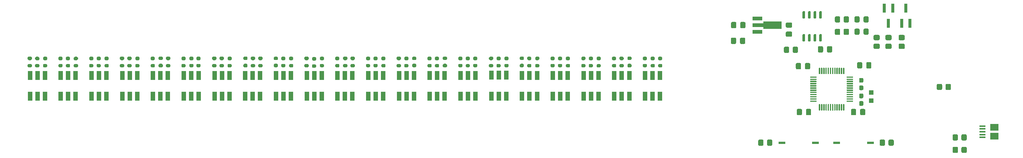
<source format=gtp>
G04 #@! TF.GenerationSoftware,KiCad,Pcbnew,(5.1.10)-1*
G04 #@! TF.CreationDate,2022-05-27T17:54:39+02:00*
G04 #@! TF.ProjectId,POV_display_schematic,504f565f-6469-4737-906c-61795f736368,1*
G04 #@! TF.SameCoordinates,Original*
G04 #@! TF.FileFunction,Paste,Top*
G04 #@! TF.FilePolarity,Positive*
%FSLAX46Y46*%
G04 Gerber Fmt 4.6, Leading zero omitted, Abs format (unit mm)*
G04 Created by KiCad (PCBNEW (5.1.10)-1) date 2022-05-27 17:54:39*
%MOMM*%
%LPD*%
G01*
G04 APERTURE LIST*
%ADD10R,1.100000X2.000000*%
%ADD11R,1.100000X1.050000*%
%ADD12C,0.152400*%
%ADD13R,2.300000X0.900000*%
%ADD14R,1.500000X0.600000*%
%ADD15R,0.650000X2.000000*%
%ADD16R,1.900000X1.500000*%
%ADD17R,1.350000X0.400000*%
G04 APERTURE END LIST*
D10*
X54950000Y-99650000D03*
X53250000Y-99650000D03*
X51550000Y-99650000D03*
X51550000Y-94850000D03*
X53250000Y-94850000D03*
X54950000Y-94850000D03*
X61950000Y-99650000D03*
X60250000Y-99650000D03*
X58550000Y-99650000D03*
X58550000Y-94850000D03*
X60250000Y-94850000D03*
X61950000Y-94850000D03*
X68950000Y-99650000D03*
X67250000Y-99650000D03*
X65550000Y-99650000D03*
X65550000Y-94850000D03*
X67250000Y-94850000D03*
X68950000Y-94850000D03*
X75950000Y-99650000D03*
X74250000Y-99650000D03*
X72550000Y-99650000D03*
X72550000Y-94850000D03*
X74250000Y-94850000D03*
X75950000Y-94850000D03*
X82950000Y-99650000D03*
X81250000Y-99650000D03*
X79550000Y-99650000D03*
X79550000Y-94850000D03*
X81250000Y-94850000D03*
X82950000Y-94850000D03*
X89950000Y-99650000D03*
X88250000Y-99650000D03*
X86550000Y-99650000D03*
X86550000Y-94850000D03*
X88250000Y-94850000D03*
X89950000Y-94850000D03*
X96950000Y-99650000D03*
X95250000Y-99650000D03*
X93550000Y-99650000D03*
X93550000Y-94850000D03*
X95250000Y-94850000D03*
X96950000Y-94850000D03*
X103950000Y-99650000D03*
X102250000Y-99650000D03*
X100550000Y-99650000D03*
X100550000Y-94850000D03*
X102250000Y-94850000D03*
X103950000Y-94850000D03*
X110950000Y-99650000D03*
X109250000Y-99650000D03*
X107550000Y-99650000D03*
X107550000Y-94850000D03*
X109250000Y-94850000D03*
X110950000Y-94850000D03*
X117950000Y-99650000D03*
X116250000Y-99650000D03*
X114550000Y-99650000D03*
X114550000Y-94850000D03*
X116250000Y-94850000D03*
X117950000Y-94850000D03*
X124950000Y-99650000D03*
X123250000Y-99650000D03*
X121550000Y-99650000D03*
X121550000Y-94850000D03*
X123250000Y-94850000D03*
X124950000Y-94850000D03*
X131950000Y-99650000D03*
X130250000Y-99650000D03*
X128550000Y-99650000D03*
X128550000Y-94850000D03*
X130250000Y-94850000D03*
X131950000Y-94850000D03*
X138950000Y-99650000D03*
X137250000Y-99650000D03*
X135550000Y-99650000D03*
X135550000Y-94850000D03*
X137250000Y-94850000D03*
X138950000Y-94850000D03*
X145950000Y-99650000D03*
X144250000Y-99650000D03*
X142550000Y-99650000D03*
X142550000Y-94850000D03*
X144250000Y-94850000D03*
X145950000Y-94850000D03*
X152950000Y-99650000D03*
X151250000Y-99650000D03*
X149550000Y-99650000D03*
X149550000Y-94850000D03*
X151250000Y-94850000D03*
X152950000Y-94850000D03*
X159950000Y-99600000D03*
X158250000Y-99600000D03*
X156550000Y-99600000D03*
X156550000Y-94800000D03*
X158250000Y-94800000D03*
X159950000Y-94800000D03*
X166950000Y-99650000D03*
X165250000Y-99650000D03*
X163550000Y-99650000D03*
X163550000Y-94850000D03*
X165250000Y-94850000D03*
X166950000Y-94850000D03*
X173950000Y-99650000D03*
X172250000Y-99650000D03*
X170550000Y-99650000D03*
X170550000Y-94850000D03*
X172250000Y-94850000D03*
X173950000Y-94850000D03*
X180950000Y-99650000D03*
X179250000Y-99650000D03*
X177550000Y-99650000D03*
X177550000Y-94850000D03*
X179250000Y-94850000D03*
X180950000Y-94850000D03*
X187950000Y-99650000D03*
X186250000Y-99650000D03*
X184550000Y-99650000D03*
X184550000Y-94850000D03*
X186250000Y-94850000D03*
X187950000Y-94850000D03*
X194950000Y-99650000D03*
X193250000Y-99650000D03*
X191550000Y-99650000D03*
X191550000Y-94850000D03*
X193250000Y-94850000D03*
X194950000Y-94850000D03*
D11*
X243000000Y-100600000D03*
X243000000Y-98750000D03*
G36*
G01*
X236900000Y-101500000D02*
X236900000Y-102825000D01*
G75*
G02*
X236825000Y-102900000I-75000J0D01*
G01*
X236675000Y-102900000D01*
G75*
G02*
X236600000Y-102825000I0J75000D01*
G01*
X236600000Y-101500000D01*
G75*
G02*
X236675000Y-101425000I75000J0D01*
G01*
X236825000Y-101425000D01*
G75*
G02*
X236900000Y-101500000I0J-75000D01*
G01*
G37*
G36*
G01*
X236400000Y-101500000D02*
X236400000Y-102825000D01*
G75*
G02*
X236325000Y-102900000I-75000J0D01*
G01*
X236175000Y-102900000D01*
G75*
G02*
X236100000Y-102825000I0J75000D01*
G01*
X236100000Y-101500000D01*
G75*
G02*
X236175000Y-101425000I75000J0D01*
G01*
X236325000Y-101425000D01*
G75*
G02*
X236400000Y-101500000I0J-75000D01*
G01*
G37*
G36*
G01*
X235900000Y-101500000D02*
X235900000Y-102825000D01*
G75*
G02*
X235825000Y-102900000I-75000J0D01*
G01*
X235675000Y-102900000D01*
G75*
G02*
X235600000Y-102825000I0J75000D01*
G01*
X235600000Y-101500000D01*
G75*
G02*
X235675000Y-101425000I75000J0D01*
G01*
X235825000Y-101425000D01*
G75*
G02*
X235900000Y-101500000I0J-75000D01*
G01*
G37*
G36*
G01*
X235400000Y-101500000D02*
X235400000Y-102825000D01*
G75*
G02*
X235325000Y-102900000I-75000J0D01*
G01*
X235175000Y-102900000D01*
G75*
G02*
X235100000Y-102825000I0J75000D01*
G01*
X235100000Y-101500000D01*
G75*
G02*
X235175000Y-101425000I75000J0D01*
G01*
X235325000Y-101425000D01*
G75*
G02*
X235400000Y-101500000I0J-75000D01*
G01*
G37*
G36*
G01*
X234900000Y-101500000D02*
X234900000Y-102825000D01*
G75*
G02*
X234825000Y-102900000I-75000J0D01*
G01*
X234675000Y-102900000D01*
G75*
G02*
X234600000Y-102825000I0J75000D01*
G01*
X234600000Y-101500000D01*
G75*
G02*
X234675000Y-101425000I75000J0D01*
G01*
X234825000Y-101425000D01*
G75*
G02*
X234900000Y-101500000I0J-75000D01*
G01*
G37*
G36*
G01*
X234400000Y-101500000D02*
X234400000Y-102825000D01*
G75*
G02*
X234325000Y-102900000I-75000J0D01*
G01*
X234175000Y-102900000D01*
G75*
G02*
X234100000Y-102825000I0J75000D01*
G01*
X234100000Y-101500000D01*
G75*
G02*
X234175000Y-101425000I75000J0D01*
G01*
X234325000Y-101425000D01*
G75*
G02*
X234400000Y-101500000I0J-75000D01*
G01*
G37*
G36*
G01*
X233900000Y-101500000D02*
X233900000Y-102825000D01*
G75*
G02*
X233825000Y-102900000I-75000J0D01*
G01*
X233675000Y-102900000D01*
G75*
G02*
X233600000Y-102825000I0J75000D01*
G01*
X233600000Y-101500000D01*
G75*
G02*
X233675000Y-101425000I75000J0D01*
G01*
X233825000Y-101425000D01*
G75*
G02*
X233900000Y-101500000I0J-75000D01*
G01*
G37*
G36*
G01*
X233400000Y-101500000D02*
X233400000Y-102825000D01*
G75*
G02*
X233325000Y-102900000I-75000J0D01*
G01*
X233175000Y-102900000D01*
G75*
G02*
X233100000Y-102825000I0J75000D01*
G01*
X233100000Y-101500000D01*
G75*
G02*
X233175000Y-101425000I75000J0D01*
G01*
X233325000Y-101425000D01*
G75*
G02*
X233400000Y-101500000I0J-75000D01*
G01*
G37*
G36*
G01*
X232900000Y-101500000D02*
X232900000Y-102825000D01*
G75*
G02*
X232825000Y-102900000I-75000J0D01*
G01*
X232675000Y-102900000D01*
G75*
G02*
X232600000Y-102825000I0J75000D01*
G01*
X232600000Y-101500000D01*
G75*
G02*
X232675000Y-101425000I75000J0D01*
G01*
X232825000Y-101425000D01*
G75*
G02*
X232900000Y-101500000I0J-75000D01*
G01*
G37*
G36*
G01*
X232400000Y-101500000D02*
X232400000Y-102825000D01*
G75*
G02*
X232325000Y-102900000I-75000J0D01*
G01*
X232175000Y-102900000D01*
G75*
G02*
X232100000Y-102825000I0J75000D01*
G01*
X232100000Y-101500000D01*
G75*
G02*
X232175000Y-101425000I75000J0D01*
G01*
X232325000Y-101425000D01*
G75*
G02*
X232400000Y-101500000I0J-75000D01*
G01*
G37*
G36*
G01*
X231900000Y-101500000D02*
X231900000Y-102825000D01*
G75*
G02*
X231825000Y-102900000I-75000J0D01*
G01*
X231675000Y-102900000D01*
G75*
G02*
X231600000Y-102825000I0J75000D01*
G01*
X231600000Y-101500000D01*
G75*
G02*
X231675000Y-101425000I75000J0D01*
G01*
X231825000Y-101425000D01*
G75*
G02*
X231900000Y-101500000I0J-75000D01*
G01*
G37*
G36*
G01*
X231400000Y-101500000D02*
X231400000Y-102825000D01*
G75*
G02*
X231325000Y-102900000I-75000J0D01*
G01*
X231175000Y-102900000D01*
G75*
G02*
X231100000Y-102825000I0J75000D01*
G01*
X231100000Y-101500000D01*
G75*
G02*
X231175000Y-101425000I75000J0D01*
G01*
X231325000Y-101425000D01*
G75*
G02*
X231400000Y-101500000I0J-75000D01*
G01*
G37*
G36*
G01*
X230575000Y-100675000D02*
X230575000Y-100825000D01*
G75*
G02*
X230500000Y-100900000I-75000J0D01*
G01*
X229175000Y-100900000D01*
G75*
G02*
X229100000Y-100825000I0J75000D01*
G01*
X229100000Y-100675000D01*
G75*
G02*
X229175000Y-100600000I75000J0D01*
G01*
X230500000Y-100600000D01*
G75*
G02*
X230575000Y-100675000I0J-75000D01*
G01*
G37*
G36*
G01*
X230575000Y-100175000D02*
X230575000Y-100325000D01*
G75*
G02*
X230500000Y-100400000I-75000J0D01*
G01*
X229175000Y-100400000D01*
G75*
G02*
X229100000Y-100325000I0J75000D01*
G01*
X229100000Y-100175000D01*
G75*
G02*
X229175000Y-100100000I75000J0D01*
G01*
X230500000Y-100100000D01*
G75*
G02*
X230575000Y-100175000I0J-75000D01*
G01*
G37*
G36*
G01*
X230575000Y-99675000D02*
X230575000Y-99825000D01*
G75*
G02*
X230500000Y-99900000I-75000J0D01*
G01*
X229175000Y-99900000D01*
G75*
G02*
X229100000Y-99825000I0J75000D01*
G01*
X229100000Y-99675000D01*
G75*
G02*
X229175000Y-99600000I75000J0D01*
G01*
X230500000Y-99600000D01*
G75*
G02*
X230575000Y-99675000I0J-75000D01*
G01*
G37*
G36*
G01*
X230575000Y-99175000D02*
X230575000Y-99325000D01*
G75*
G02*
X230500000Y-99400000I-75000J0D01*
G01*
X229175000Y-99400000D01*
G75*
G02*
X229100000Y-99325000I0J75000D01*
G01*
X229100000Y-99175000D01*
G75*
G02*
X229175000Y-99100000I75000J0D01*
G01*
X230500000Y-99100000D01*
G75*
G02*
X230575000Y-99175000I0J-75000D01*
G01*
G37*
G36*
G01*
X230575000Y-98675000D02*
X230575000Y-98825000D01*
G75*
G02*
X230500000Y-98900000I-75000J0D01*
G01*
X229175000Y-98900000D01*
G75*
G02*
X229100000Y-98825000I0J75000D01*
G01*
X229100000Y-98675000D01*
G75*
G02*
X229175000Y-98600000I75000J0D01*
G01*
X230500000Y-98600000D01*
G75*
G02*
X230575000Y-98675000I0J-75000D01*
G01*
G37*
G36*
G01*
X230575000Y-98175000D02*
X230575000Y-98325000D01*
G75*
G02*
X230500000Y-98400000I-75000J0D01*
G01*
X229175000Y-98400000D01*
G75*
G02*
X229100000Y-98325000I0J75000D01*
G01*
X229100000Y-98175000D01*
G75*
G02*
X229175000Y-98100000I75000J0D01*
G01*
X230500000Y-98100000D01*
G75*
G02*
X230575000Y-98175000I0J-75000D01*
G01*
G37*
G36*
G01*
X230575000Y-97675000D02*
X230575000Y-97825000D01*
G75*
G02*
X230500000Y-97900000I-75000J0D01*
G01*
X229175000Y-97900000D01*
G75*
G02*
X229100000Y-97825000I0J75000D01*
G01*
X229100000Y-97675000D01*
G75*
G02*
X229175000Y-97600000I75000J0D01*
G01*
X230500000Y-97600000D01*
G75*
G02*
X230575000Y-97675000I0J-75000D01*
G01*
G37*
G36*
G01*
X230575000Y-97175000D02*
X230575000Y-97325000D01*
G75*
G02*
X230500000Y-97400000I-75000J0D01*
G01*
X229175000Y-97400000D01*
G75*
G02*
X229100000Y-97325000I0J75000D01*
G01*
X229100000Y-97175000D01*
G75*
G02*
X229175000Y-97100000I75000J0D01*
G01*
X230500000Y-97100000D01*
G75*
G02*
X230575000Y-97175000I0J-75000D01*
G01*
G37*
G36*
G01*
X230575000Y-96675000D02*
X230575000Y-96825000D01*
G75*
G02*
X230500000Y-96900000I-75000J0D01*
G01*
X229175000Y-96900000D01*
G75*
G02*
X229100000Y-96825000I0J75000D01*
G01*
X229100000Y-96675000D01*
G75*
G02*
X229175000Y-96600000I75000J0D01*
G01*
X230500000Y-96600000D01*
G75*
G02*
X230575000Y-96675000I0J-75000D01*
G01*
G37*
G36*
G01*
X230575000Y-96175000D02*
X230575000Y-96325000D01*
G75*
G02*
X230500000Y-96400000I-75000J0D01*
G01*
X229175000Y-96400000D01*
G75*
G02*
X229100000Y-96325000I0J75000D01*
G01*
X229100000Y-96175000D01*
G75*
G02*
X229175000Y-96100000I75000J0D01*
G01*
X230500000Y-96100000D01*
G75*
G02*
X230575000Y-96175000I0J-75000D01*
G01*
G37*
G36*
G01*
X230575000Y-95675000D02*
X230575000Y-95825000D01*
G75*
G02*
X230500000Y-95900000I-75000J0D01*
G01*
X229175000Y-95900000D01*
G75*
G02*
X229100000Y-95825000I0J75000D01*
G01*
X229100000Y-95675000D01*
G75*
G02*
X229175000Y-95600000I75000J0D01*
G01*
X230500000Y-95600000D01*
G75*
G02*
X230575000Y-95675000I0J-75000D01*
G01*
G37*
G36*
G01*
X230575000Y-95175000D02*
X230575000Y-95325000D01*
G75*
G02*
X230500000Y-95400000I-75000J0D01*
G01*
X229175000Y-95400000D01*
G75*
G02*
X229100000Y-95325000I0J75000D01*
G01*
X229100000Y-95175000D01*
G75*
G02*
X229175000Y-95100000I75000J0D01*
G01*
X230500000Y-95100000D01*
G75*
G02*
X230575000Y-95175000I0J-75000D01*
G01*
G37*
G36*
G01*
X231400000Y-93175000D02*
X231400000Y-94500000D01*
G75*
G02*
X231325000Y-94575000I-75000J0D01*
G01*
X231175000Y-94575000D01*
G75*
G02*
X231100000Y-94500000I0J75000D01*
G01*
X231100000Y-93175000D01*
G75*
G02*
X231175000Y-93100000I75000J0D01*
G01*
X231325000Y-93100000D01*
G75*
G02*
X231400000Y-93175000I0J-75000D01*
G01*
G37*
G36*
G01*
X231900000Y-93175000D02*
X231900000Y-94500000D01*
G75*
G02*
X231825000Y-94575000I-75000J0D01*
G01*
X231675000Y-94575000D01*
G75*
G02*
X231600000Y-94500000I0J75000D01*
G01*
X231600000Y-93175000D01*
G75*
G02*
X231675000Y-93100000I75000J0D01*
G01*
X231825000Y-93100000D01*
G75*
G02*
X231900000Y-93175000I0J-75000D01*
G01*
G37*
G36*
G01*
X232400000Y-93175000D02*
X232400000Y-94500000D01*
G75*
G02*
X232325000Y-94575000I-75000J0D01*
G01*
X232175000Y-94575000D01*
G75*
G02*
X232100000Y-94500000I0J75000D01*
G01*
X232100000Y-93175000D01*
G75*
G02*
X232175000Y-93100000I75000J0D01*
G01*
X232325000Y-93100000D01*
G75*
G02*
X232400000Y-93175000I0J-75000D01*
G01*
G37*
G36*
G01*
X232900000Y-93175000D02*
X232900000Y-94500000D01*
G75*
G02*
X232825000Y-94575000I-75000J0D01*
G01*
X232675000Y-94575000D01*
G75*
G02*
X232600000Y-94500000I0J75000D01*
G01*
X232600000Y-93175000D01*
G75*
G02*
X232675000Y-93100000I75000J0D01*
G01*
X232825000Y-93100000D01*
G75*
G02*
X232900000Y-93175000I0J-75000D01*
G01*
G37*
G36*
G01*
X233400000Y-93175000D02*
X233400000Y-94500000D01*
G75*
G02*
X233325000Y-94575000I-75000J0D01*
G01*
X233175000Y-94575000D01*
G75*
G02*
X233100000Y-94500000I0J75000D01*
G01*
X233100000Y-93175000D01*
G75*
G02*
X233175000Y-93100000I75000J0D01*
G01*
X233325000Y-93100000D01*
G75*
G02*
X233400000Y-93175000I0J-75000D01*
G01*
G37*
G36*
G01*
X233900000Y-93175000D02*
X233900000Y-94500000D01*
G75*
G02*
X233825000Y-94575000I-75000J0D01*
G01*
X233675000Y-94575000D01*
G75*
G02*
X233600000Y-94500000I0J75000D01*
G01*
X233600000Y-93175000D01*
G75*
G02*
X233675000Y-93100000I75000J0D01*
G01*
X233825000Y-93100000D01*
G75*
G02*
X233900000Y-93175000I0J-75000D01*
G01*
G37*
G36*
G01*
X234400000Y-93175000D02*
X234400000Y-94500000D01*
G75*
G02*
X234325000Y-94575000I-75000J0D01*
G01*
X234175000Y-94575000D01*
G75*
G02*
X234100000Y-94500000I0J75000D01*
G01*
X234100000Y-93175000D01*
G75*
G02*
X234175000Y-93100000I75000J0D01*
G01*
X234325000Y-93100000D01*
G75*
G02*
X234400000Y-93175000I0J-75000D01*
G01*
G37*
G36*
G01*
X234900000Y-93175000D02*
X234900000Y-94500000D01*
G75*
G02*
X234825000Y-94575000I-75000J0D01*
G01*
X234675000Y-94575000D01*
G75*
G02*
X234600000Y-94500000I0J75000D01*
G01*
X234600000Y-93175000D01*
G75*
G02*
X234675000Y-93100000I75000J0D01*
G01*
X234825000Y-93100000D01*
G75*
G02*
X234900000Y-93175000I0J-75000D01*
G01*
G37*
G36*
G01*
X235400000Y-93175000D02*
X235400000Y-94500000D01*
G75*
G02*
X235325000Y-94575000I-75000J0D01*
G01*
X235175000Y-94575000D01*
G75*
G02*
X235100000Y-94500000I0J75000D01*
G01*
X235100000Y-93175000D01*
G75*
G02*
X235175000Y-93100000I75000J0D01*
G01*
X235325000Y-93100000D01*
G75*
G02*
X235400000Y-93175000I0J-75000D01*
G01*
G37*
G36*
G01*
X235900000Y-93175000D02*
X235900000Y-94500000D01*
G75*
G02*
X235825000Y-94575000I-75000J0D01*
G01*
X235675000Y-94575000D01*
G75*
G02*
X235600000Y-94500000I0J75000D01*
G01*
X235600000Y-93175000D01*
G75*
G02*
X235675000Y-93100000I75000J0D01*
G01*
X235825000Y-93100000D01*
G75*
G02*
X235900000Y-93175000I0J-75000D01*
G01*
G37*
G36*
G01*
X236400000Y-93175000D02*
X236400000Y-94500000D01*
G75*
G02*
X236325000Y-94575000I-75000J0D01*
G01*
X236175000Y-94575000D01*
G75*
G02*
X236100000Y-94500000I0J75000D01*
G01*
X236100000Y-93175000D01*
G75*
G02*
X236175000Y-93100000I75000J0D01*
G01*
X236325000Y-93100000D01*
G75*
G02*
X236400000Y-93175000I0J-75000D01*
G01*
G37*
G36*
G01*
X236900000Y-93175000D02*
X236900000Y-94500000D01*
G75*
G02*
X236825000Y-94575000I-75000J0D01*
G01*
X236675000Y-94575000D01*
G75*
G02*
X236600000Y-94500000I0J75000D01*
G01*
X236600000Y-93175000D01*
G75*
G02*
X236675000Y-93100000I75000J0D01*
G01*
X236825000Y-93100000D01*
G75*
G02*
X236900000Y-93175000I0J-75000D01*
G01*
G37*
G36*
G01*
X238900000Y-95175000D02*
X238900000Y-95325000D01*
G75*
G02*
X238825000Y-95400000I-75000J0D01*
G01*
X237500000Y-95400000D01*
G75*
G02*
X237425000Y-95325000I0J75000D01*
G01*
X237425000Y-95175000D01*
G75*
G02*
X237500000Y-95100000I75000J0D01*
G01*
X238825000Y-95100000D01*
G75*
G02*
X238900000Y-95175000I0J-75000D01*
G01*
G37*
G36*
G01*
X238900000Y-95675000D02*
X238900000Y-95825000D01*
G75*
G02*
X238825000Y-95900000I-75000J0D01*
G01*
X237500000Y-95900000D01*
G75*
G02*
X237425000Y-95825000I0J75000D01*
G01*
X237425000Y-95675000D01*
G75*
G02*
X237500000Y-95600000I75000J0D01*
G01*
X238825000Y-95600000D01*
G75*
G02*
X238900000Y-95675000I0J-75000D01*
G01*
G37*
G36*
G01*
X238900000Y-96175000D02*
X238900000Y-96325000D01*
G75*
G02*
X238825000Y-96400000I-75000J0D01*
G01*
X237500000Y-96400000D01*
G75*
G02*
X237425000Y-96325000I0J75000D01*
G01*
X237425000Y-96175000D01*
G75*
G02*
X237500000Y-96100000I75000J0D01*
G01*
X238825000Y-96100000D01*
G75*
G02*
X238900000Y-96175000I0J-75000D01*
G01*
G37*
G36*
G01*
X238900000Y-96675000D02*
X238900000Y-96825000D01*
G75*
G02*
X238825000Y-96900000I-75000J0D01*
G01*
X237500000Y-96900000D01*
G75*
G02*
X237425000Y-96825000I0J75000D01*
G01*
X237425000Y-96675000D01*
G75*
G02*
X237500000Y-96600000I75000J0D01*
G01*
X238825000Y-96600000D01*
G75*
G02*
X238900000Y-96675000I0J-75000D01*
G01*
G37*
G36*
G01*
X238900000Y-97175000D02*
X238900000Y-97325000D01*
G75*
G02*
X238825000Y-97400000I-75000J0D01*
G01*
X237500000Y-97400000D01*
G75*
G02*
X237425000Y-97325000I0J75000D01*
G01*
X237425000Y-97175000D01*
G75*
G02*
X237500000Y-97100000I75000J0D01*
G01*
X238825000Y-97100000D01*
G75*
G02*
X238900000Y-97175000I0J-75000D01*
G01*
G37*
G36*
G01*
X238900000Y-97675000D02*
X238900000Y-97825000D01*
G75*
G02*
X238825000Y-97900000I-75000J0D01*
G01*
X237500000Y-97900000D01*
G75*
G02*
X237425000Y-97825000I0J75000D01*
G01*
X237425000Y-97675000D01*
G75*
G02*
X237500000Y-97600000I75000J0D01*
G01*
X238825000Y-97600000D01*
G75*
G02*
X238900000Y-97675000I0J-75000D01*
G01*
G37*
G36*
G01*
X238900000Y-98175000D02*
X238900000Y-98325000D01*
G75*
G02*
X238825000Y-98400000I-75000J0D01*
G01*
X237500000Y-98400000D01*
G75*
G02*
X237425000Y-98325000I0J75000D01*
G01*
X237425000Y-98175000D01*
G75*
G02*
X237500000Y-98100000I75000J0D01*
G01*
X238825000Y-98100000D01*
G75*
G02*
X238900000Y-98175000I0J-75000D01*
G01*
G37*
G36*
G01*
X238900000Y-98675000D02*
X238900000Y-98825000D01*
G75*
G02*
X238825000Y-98900000I-75000J0D01*
G01*
X237500000Y-98900000D01*
G75*
G02*
X237425000Y-98825000I0J75000D01*
G01*
X237425000Y-98675000D01*
G75*
G02*
X237500000Y-98600000I75000J0D01*
G01*
X238825000Y-98600000D01*
G75*
G02*
X238900000Y-98675000I0J-75000D01*
G01*
G37*
G36*
G01*
X238900000Y-99175000D02*
X238900000Y-99325000D01*
G75*
G02*
X238825000Y-99400000I-75000J0D01*
G01*
X237500000Y-99400000D01*
G75*
G02*
X237425000Y-99325000I0J75000D01*
G01*
X237425000Y-99175000D01*
G75*
G02*
X237500000Y-99100000I75000J0D01*
G01*
X238825000Y-99100000D01*
G75*
G02*
X238900000Y-99175000I0J-75000D01*
G01*
G37*
G36*
G01*
X238900000Y-99675000D02*
X238900000Y-99825000D01*
G75*
G02*
X238825000Y-99900000I-75000J0D01*
G01*
X237500000Y-99900000D01*
G75*
G02*
X237425000Y-99825000I0J75000D01*
G01*
X237425000Y-99675000D01*
G75*
G02*
X237500000Y-99600000I75000J0D01*
G01*
X238825000Y-99600000D01*
G75*
G02*
X238900000Y-99675000I0J-75000D01*
G01*
G37*
G36*
G01*
X238900000Y-100175000D02*
X238900000Y-100325000D01*
G75*
G02*
X238825000Y-100400000I-75000J0D01*
G01*
X237500000Y-100400000D01*
G75*
G02*
X237425000Y-100325000I0J75000D01*
G01*
X237425000Y-100175000D01*
G75*
G02*
X237500000Y-100100000I75000J0D01*
G01*
X238825000Y-100100000D01*
G75*
G02*
X238900000Y-100175000I0J-75000D01*
G01*
G37*
G36*
G01*
X238900000Y-100675000D02*
X238900000Y-100825000D01*
G75*
G02*
X238825000Y-100900000I-75000J0D01*
G01*
X237500000Y-100900000D01*
G75*
G02*
X237425000Y-100825000I0J75000D01*
G01*
X237425000Y-100675000D01*
G75*
G02*
X237500000Y-100600000I75000J0D01*
G01*
X238825000Y-100600000D01*
G75*
G02*
X238900000Y-100675000I0J-75000D01*
G01*
G37*
G36*
G01*
X227820000Y-81835000D02*
X227520000Y-81835000D01*
G75*
G02*
X227370000Y-81685000I0J150000D01*
G01*
X227370000Y-80335000D01*
G75*
G02*
X227520000Y-80185000I150000J0D01*
G01*
X227820000Y-80185000D01*
G75*
G02*
X227970000Y-80335000I0J-150000D01*
G01*
X227970000Y-81685000D01*
G75*
G02*
X227820000Y-81835000I-150000J0D01*
G01*
G37*
G36*
G01*
X229090000Y-81835000D02*
X228790000Y-81835000D01*
G75*
G02*
X228640000Y-81685000I0J150000D01*
G01*
X228640000Y-80335000D01*
G75*
G02*
X228790000Y-80185000I150000J0D01*
G01*
X229090000Y-80185000D01*
G75*
G02*
X229240000Y-80335000I0J-150000D01*
G01*
X229240000Y-81685000D01*
G75*
G02*
X229090000Y-81835000I-150000J0D01*
G01*
G37*
G36*
G01*
X230360000Y-81835000D02*
X230060000Y-81835000D01*
G75*
G02*
X229910000Y-81685000I0J150000D01*
G01*
X229910000Y-80335000D01*
G75*
G02*
X230060000Y-80185000I150000J0D01*
G01*
X230360000Y-80185000D01*
G75*
G02*
X230510000Y-80335000I0J-150000D01*
G01*
X230510000Y-81685000D01*
G75*
G02*
X230360000Y-81835000I-150000J0D01*
G01*
G37*
G36*
G01*
X231630000Y-81835000D02*
X231330000Y-81835000D01*
G75*
G02*
X231180000Y-81685000I0J150000D01*
G01*
X231180000Y-80335000D01*
G75*
G02*
X231330000Y-80185000I150000J0D01*
G01*
X231630000Y-80185000D01*
G75*
G02*
X231780000Y-80335000I0J-150000D01*
G01*
X231780000Y-81685000D01*
G75*
G02*
X231630000Y-81835000I-150000J0D01*
G01*
G37*
G36*
G01*
X231630000Y-87085000D02*
X231330000Y-87085000D01*
G75*
G02*
X231180000Y-86935000I0J150000D01*
G01*
X231180000Y-85585000D01*
G75*
G02*
X231330000Y-85435000I150000J0D01*
G01*
X231630000Y-85435000D01*
G75*
G02*
X231780000Y-85585000I0J-150000D01*
G01*
X231780000Y-86935000D01*
G75*
G02*
X231630000Y-87085000I-150000J0D01*
G01*
G37*
G36*
G01*
X230360000Y-87085000D02*
X230060000Y-87085000D01*
G75*
G02*
X229910000Y-86935000I0J150000D01*
G01*
X229910000Y-85585000D01*
G75*
G02*
X230060000Y-85435000I150000J0D01*
G01*
X230360000Y-85435000D01*
G75*
G02*
X230510000Y-85585000I0J-150000D01*
G01*
X230510000Y-86935000D01*
G75*
G02*
X230360000Y-87085000I-150000J0D01*
G01*
G37*
G36*
G01*
X229090000Y-87085000D02*
X228790000Y-87085000D01*
G75*
G02*
X228640000Y-86935000I0J150000D01*
G01*
X228640000Y-85585000D01*
G75*
G02*
X228790000Y-85435000I150000J0D01*
G01*
X229090000Y-85435000D01*
G75*
G02*
X229240000Y-85585000I0J-150000D01*
G01*
X229240000Y-86935000D01*
G75*
G02*
X229090000Y-87085000I-150000J0D01*
G01*
G37*
G36*
G01*
X227820000Y-87085000D02*
X227520000Y-87085000D01*
G75*
G02*
X227370000Y-86935000I0J150000D01*
G01*
X227370000Y-85585000D01*
G75*
G02*
X227520000Y-85435000I150000J0D01*
G01*
X227820000Y-85435000D01*
G75*
G02*
X227970000Y-85585000I0J-150000D01*
G01*
X227970000Y-86935000D01*
G75*
G02*
X227820000Y-87085000I-150000J0D01*
G01*
G37*
D12*
G36*
X222600000Y-84216500D02*
G01*
X218475000Y-84216500D01*
X218475000Y-83800000D01*
X216000000Y-83800000D01*
X216000000Y-82900000D01*
X218475000Y-82900000D01*
X218475000Y-82483500D01*
X222600000Y-82483500D01*
X222600000Y-84216500D01*
G37*
D13*
X217150000Y-84850000D03*
X217150000Y-81850000D03*
D14*
X242825000Y-110250000D03*
X235175000Y-110250000D03*
X230325000Y-110250000D03*
X222675000Y-110250000D03*
G36*
G01*
X54725000Y-92225000D02*
X55275000Y-92225000D01*
G75*
G02*
X55475000Y-92425000I0J-200000D01*
G01*
X55475000Y-92825000D01*
G75*
G02*
X55275000Y-93025000I-200000J0D01*
G01*
X54725000Y-93025000D01*
G75*
G02*
X54525000Y-92825000I0J200000D01*
G01*
X54525000Y-92425000D01*
G75*
G02*
X54725000Y-92225000I200000J0D01*
G01*
G37*
G36*
G01*
X54725000Y-90575000D02*
X55275000Y-90575000D01*
G75*
G02*
X55475000Y-90775000I0J-200000D01*
G01*
X55475000Y-91175000D01*
G75*
G02*
X55275000Y-91375000I-200000J0D01*
G01*
X54725000Y-91375000D01*
G75*
G02*
X54525000Y-91175000I0J200000D01*
G01*
X54525000Y-90775000D01*
G75*
G02*
X54725000Y-90575000I200000J0D01*
G01*
G37*
G36*
G01*
X61725000Y-92237500D02*
X62275000Y-92237500D01*
G75*
G02*
X62475000Y-92437500I0J-200000D01*
G01*
X62475000Y-92837500D01*
G75*
G02*
X62275000Y-93037500I-200000J0D01*
G01*
X61725000Y-93037500D01*
G75*
G02*
X61525000Y-92837500I0J200000D01*
G01*
X61525000Y-92437500D01*
G75*
G02*
X61725000Y-92237500I200000J0D01*
G01*
G37*
G36*
G01*
X61725000Y-90587500D02*
X62275000Y-90587500D01*
G75*
G02*
X62475000Y-90787500I0J-200000D01*
G01*
X62475000Y-91187500D01*
G75*
G02*
X62275000Y-91387500I-200000J0D01*
G01*
X61725000Y-91387500D01*
G75*
G02*
X61525000Y-91187500I0J200000D01*
G01*
X61525000Y-90787500D01*
G75*
G02*
X61725000Y-90587500I200000J0D01*
G01*
G37*
G36*
G01*
X68725000Y-92237500D02*
X69275000Y-92237500D01*
G75*
G02*
X69475000Y-92437500I0J-200000D01*
G01*
X69475000Y-92837500D01*
G75*
G02*
X69275000Y-93037500I-200000J0D01*
G01*
X68725000Y-93037500D01*
G75*
G02*
X68525000Y-92837500I0J200000D01*
G01*
X68525000Y-92437500D01*
G75*
G02*
X68725000Y-92237500I200000J0D01*
G01*
G37*
G36*
G01*
X68725000Y-90587500D02*
X69275000Y-90587500D01*
G75*
G02*
X69475000Y-90787500I0J-200000D01*
G01*
X69475000Y-91187500D01*
G75*
G02*
X69275000Y-91387500I-200000J0D01*
G01*
X68725000Y-91387500D01*
G75*
G02*
X68525000Y-91187500I0J200000D01*
G01*
X68525000Y-90787500D01*
G75*
G02*
X68725000Y-90587500I200000J0D01*
G01*
G37*
G36*
G01*
X75725000Y-92225000D02*
X76275000Y-92225000D01*
G75*
G02*
X76475000Y-92425000I0J-200000D01*
G01*
X76475000Y-92825000D01*
G75*
G02*
X76275000Y-93025000I-200000J0D01*
G01*
X75725000Y-93025000D01*
G75*
G02*
X75525000Y-92825000I0J200000D01*
G01*
X75525000Y-92425000D01*
G75*
G02*
X75725000Y-92225000I200000J0D01*
G01*
G37*
G36*
G01*
X75725000Y-90575000D02*
X76275000Y-90575000D01*
G75*
G02*
X76475000Y-90775000I0J-200000D01*
G01*
X76475000Y-91175000D01*
G75*
G02*
X76275000Y-91375000I-200000J0D01*
G01*
X75725000Y-91375000D01*
G75*
G02*
X75525000Y-91175000I0J200000D01*
G01*
X75525000Y-90775000D01*
G75*
G02*
X75725000Y-90575000I200000J0D01*
G01*
G37*
G36*
G01*
X82725000Y-92225000D02*
X83275000Y-92225000D01*
G75*
G02*
X83475000Y-92425000I0J-200000D01*
G01*
X83475000Y-92825000D01*
G75*
G02*
X83275000Y-93025000I-200000J0D01*
G01*
X82725000Y-93025000D01*
G75*
G02*
X82525000Y-92825000I0J200000D01*
G01*
X82525000Y-92425000D01*
G75*
G02*
X82725000Y-92225000I200000J0D01*
G01*
G37*
G36*
G01*
X82725000Y-90575000D02*
X83275000Y-90575000D01*
G75*
G02*
X83475000Y-90775000I0J-200000D01*
G01*
X83475000Y-91175000D01*
G75*
G02*
X83275000Y-91375000I-200000J0D01*
G01*
X82725000Y-91375000D01*
G75*
G02*
X82525000Y-91175000I0J200000D01*
G01*
X82525000Y-90775000D01*
G75*
G02*
X82725000Y-90575000I200000J0D01*
G01*
G37*
G36*
G01*
X89625000Y-92225000D02*
X90175000Y-92225000D01*
G75*
G02*
X90375000Y-92425000I0J-200000D01*
G01*
X90375000Y-92825000D01*
G75*
G02*
X90175000Y-93025000I-200000J0D01*
G01*
X89625000Y-93025000D01*
G75*
G02*
X89425000Y-92825000I0J200000D01*
G01*
X89425000Y-92425000D01*
G75*
G02*
X89625000Y-92225000I200000J0D01*
G01*
G37*
G36*
G01*
X89625000Y-90575000D02*
X90175000Y-90575000D01*
G75*
G02*
X90375000Y-90775000I0J-200000D01*
G01*
X90375000Y-91175000D01*
G75*
G02*
X90175000Y-91375000I-200000J0D01*
G01*
X89625000Y-91375000D01*
G75*
G02*
X89425000Y-91175000I0J200000D01*
G01*
X89425000Y-90775000D01*
G75*
G02*
X89625000Y-90575000I200000J0D01*
G01*
G37*
G36*
G01*
X96725000Y-92237500D02*
X97275000Y-92237500D01*
G75*
G02*
X97475000Y-92437500I0J-200000D01*
G01*
X97475000Y-92837500D01*
G75*
G02*
X97275000Y-93037500I-200000J0D01*
G01*
X96725000Y-93037500D01*
G75*
G02*
X96525000Y-92837500I0J200000D01*
G01*
X96525000Y-92437500D01*
G75*
G02*
X96725000Y-92237500I200000J0D01*
G01*
G37*
G36*
G01*
X96725000Y-90587500D02*
X97275000Y-90587500D01*
G75*
G02*
X97475000Y-90787500I0J-200000D01*
G01*
X97475000Y-91187500D01*
G75*
G02*
X97275000Y-91387500I-200000J0D01*
G01*
X96725000Y-91387500D01*
G75*
G02*
X96525000Y-91187500I0J200000D01*
G01*
X96525000Y-90787500D01*
G75*
G02*
X96725000Y-90587500I200000J0D01*
G01*
G37*
G36*
G01*
X52925000Y-92237500D02*
X53475000Y-92237500D01*
G75*
G02*
X53675000Y-92437500I0J-200000D01*
G01*
X53675000Y-92837500D01*
G75*
G02*
X53475000Y-93037500I-200000J0D01*
G01*
X52925000Y-93037500D01*
G75*
G02*
X52725000Y-92837500I0J200000D01*
G01*
X52725000Y-92437500D01*
G75*
G02*
X52925000Y-92237500I200000J0D01*
G01*
G37*
G36*
G01*
X52925000Y-90587500D02*
X53475000Y-90587500D01*
G75*
G02*
X53675000Y-90787500I0J-200000D01*
G01*
X53675000Y-91187500D01*
G75*
G02*
X53475000Y-91387500I-200000J0D01*
G01*
X52925000Y-91387500D01*
G75*
G02*
X52725000Y-91187500I0J200000D01*
G01*
X52725000Y-90787500D01*
G75*
G02*
X52925000Y-90587500I200000J0D01*
G01*
G37*
G36*
G01*
X59925000Y-92225000D02*
X60475000Y-92225000D01*
G75*
G02*
X60675000Y-92425000I0J-200000D01*
G01*
X60675000Y-92825000D01*
G75*
G02*
X60475000Y-93025000I-200000J0D01*
G01*
X59925000Y-93025000D01*
G75*
G02*
X59725000Y-92825000I0J200000D01*
G01*
X59725000Y-92425000D01*
G75*
G02*
X59925000Y-92225000I200000J0D01*
G01*
G37*
G36*
G01*
X59925000Y-90575000D02*
X60475000Y-90575000D01*
G75*
G02*
X60675000Y-90775000I0J-200000D01*
G01*
X60675000Y-91175000D01*
G75*
G02*
X60475000Y-91375000I-200000J0D01*
G01*
X59925000Y-91375000D01*
G75*
G02*
X59725000Y-91175000I0J200000D01*
G01*
X59725000Y-90775000D01*
G75*
G02*
X59925000Y-90575000I200000J0D01*
G01*
G37*
G36*
G01*
X66925000Y-92225000D02*
X67475000Y-92225000D01*
G75*
G02*
X67675000Y-92425000I0J-200000D01*
G01*
X67675000Y-92825000D01*
G75*
G02*
X67475000Y-93025000I-200000J0D01*
G01*
X66925000Y-93025000D01*
G75*
G02*
X66725000Y-92825000I0J200000D01*
G01*
X66725000Y-92425000D01*
G75*
G02*
X66925000Y-92225000I200000J0D01*
G01*
G37*
G36*
G01*
X66925000Y-90575000D02*
X67475000Y-90575000D01*
G75*
G02*
X67675000Y-90775000I0J-200000D01*
G01*
X67675000Y-91175000D01*
G75*
G02*
X67475000Y-91375000I-200000J0D01*
G01*
X66925000Y-91375000D01*
G75*
G02*
X66725000Y-91175000I0J200000D01*
G01*
X66725000Y-90775000D01*
G75*
G02*
X66925000Y-90575000I200000J0D01*
G01*
G37*
G36*
G01*
X73925000Y-92225000D02*
X74475000Y-92225000D01*
G75*
G02*
X74675000Y-92425000I0J-200000D01*
G01*
X74675000Y-92825000D01*
G75*
G02*
X74475000Y-93025000I-200000J0D01*
G01*
X73925000Y-93025000D01*
G75*
G02*
X73725000Y-92825000I0J200000D01*
G01*
X73725000Y-92425000D01*
G75*
G02*
X73925000Y-92225000I200000J0D01*
G01*
G37*
G36*
G01*
X73925000Y-90575000D02*
X74475000Y-90575000D01*
G75*
G02*
X74675000Y-90775000I0J-200000D01*
G01*
X74675000Y-91175000D01*
G75*
G02*
X74475000Y-91375000I-200000J0D01*
G01*
X73925000Y-91375000D01*
G75*
G02*
X73725000Y-91175000I0J200000D01*
G01*
X73725000Y-90775000D01*
G75*
G02*
X73925000Y-90575000I200000J0D01*
G01*
G37*
G36*
G01*
X81025000Y-92212500D02*
X81575000Y-92212500D01*
G75*
G02*
X81775000Y-92412500I0J-200000D01*
G01*
X81775000Y-92812500D01*
G75*
G02*
X81575000Y-93012500I-200000J0D01*
G01*
X81025000Y-93012500D01*
G75*
G02*
X80825000Y-92812500I0J200000D01*
G01*
X80825000Y-92412500D01*
G75*
G02*
X81025000Y-92212500I200000J0D01*
G01*
G37*
G36*
G01*
X81025000Y-90562500D02*
X81575000Y-90562500D01*
G75*
G02*
X81775000Y-90762500I0J-200000D01*
G01*
X81775000Y-91162500D01*
G75*
G02*
X81575000Y-91362500I-200000J0D01*
G01*
X81025000Y-91362500D01*
G75*
G02*
X80825000Y-91162500I0J200000D01*
G01*
X80825000Y-90762500D01*
G75*
G02*
X81025000Y-90562500I200000J0D01*
G01*
G37*
G36*
G01*
X88025000Y-92225000D02*
X88575000Y-92225000D01*
G75*
G02*
X88775000Y-92425000I0J-200000D01*
G01*
X88775000Y-92825000D01*
G75*
G02*
X88575000Y-93025000I-200000J0D01*
G01*
X88025000Y-93025000D01*
G75*
G02*
X87825000Y-92825000I0J200000D01*
G01*
X87825000Y-92425000D01*
G75*
G02*
X88025000Y-92225000I200000J0D01*
G01*
G37*
G36*
G01*
X88025000Y-90575000D02*
X88575000Y-90575000D01*
G75*
G02*
X88775000Y-90775000I0J-200000D01*
G01*
X88775000Y-91175000D01*
G75*
G02*
X88575000Y-91375000I-200000J0D01*
G01*
X88025000Y-91375000D01*
G75*
G02*
X87825000Y-91175000I0J200000D01*
G01*
X87825000Y-90775000D01*
G75*
G02*
X88025000Y-90575000I200000J0D01*
G01*
G37*
G36*
G01*
X94925000Y-92225000D02*
X95475000Y-92225000D01*
G75*
G02*
X95675000Y-92425000I0J-200000D01*
G01*
X95675000Y-92825000D01*
G75*
G02*
X95475000Y-93025000I-200000J0D01*
G01*
X94925000Y-93025000D01*
G75*
G02*
X94725000Y-92825000I0J200000D01*
G01*
X94725000Y-92425000D01*
G75*
G02*
X94925000Y-92225000I200000J0D01*
G01*
G37*
G36*
G01*
X94925000Y-90575000D02*
X95475000Y-90575000D01*
G75*
G02*
X95675000Y-90775000I0J-200000D01*
G01*
X95675000Y-91175000D01*
G75*
G02*
X95475000Y-91375000I-200000J0D01*
G01*
X94925000Y-91375000D01*
G75*
G02*
X94725000Y-91175000I0J200000D01*
G01*
X94725000Y-90775000D01*
G75*
G02*
X94925000Y-90575000I200000J0D01*
G01*
G37*
G36*
G01*
X51225000Y-92225000D02*
X51775000Y-92225000D01*
G75*
G02*
X51975000Y-92425000I0J-200000D01*
G01*
X51975000Y-92825000D01*
G75*
G02*
X51775000Y-93025000I-200000J0D01*
G01*
X51225000Y-93025000D01*
G75*
G02*
X51025000Y-92825000I0J200000D01*
G01*
X51025000Y-92425000D01*
G75*
G02*
X51225000Y-92225000I200000J0D01*
G01*
G37*
G36*
G01*
X51225000Y-90575000D02*
X51775000Y-90575000D01*
G75*
G02*
X51975000Y-90775000I0J-200000D01*
G01*
X51975000Y-91175000D01*
G75*
G02*
X51775000Y-91375000I-200000J0D01*
G01*
X51225000Y-91375000D01*
G75*
G02*
X51025000Y-91175000I0J200000D01*
G01*
X51025000Y-90775000D01*
G75*
G02*
X51225000Y-90575000I200000J0D01*
G01*
G37*
G36*
G01*
X58225000Y-92225000D02*
X58775000Y-92225000D01*
G75*
G02*
X58975000Y-92425000I0J-200000D01*
G01*
X58975000Y-92825000D01*
G75*
G02*
X58775000Y-93025000I-200000J0D01*
G01*
X58225000Y-93025000D01*
G75*
G02*
X58025000Y-92825000I0J200000D01*
G01*
X58025000Y-92425000D01*
G75*
G02*
X58225000Y-92225000I200000J0D01*
G01*
G37*
G36*
G01*
X58225000Y-90575000D02*
X58775000Y-90575000D01*
G75*
G02*
X58975000Y-90775000I0J-200000D01*
G01*
X58975000Y-91175000D01*
G75*
G02*
X58775000Y-91375000I-200000J0D01*
G01*
X58225000Y-91375000D01*
G75*
G02*
X58025000Y-91175000I0J200000D01*
G01*
X58025000Y-90775000D01*
G75*
G02*
X58225000Y-90575000I200000J0D01*
G01*
G37*
G36*
G01*
X65225000Y-92225000D02*
X65775000Y-92225000D01*
G75*
G02*
X65975000Y-92425000I0J-200000D01*
G01*
X65975000Y-92825000D01*
G75*
G02*
X65775000Y-93025000I-200000J0D01*
G01*
X65225000Y-93025000D01*
G75*
G02*
X65025000Y-92825000I0J200000D01*
G01*
X65025000Y-92425000D01*
G75*
G02*
X65225000Y-92225000I200000J0D01*
G01*
G37*
G36*
G01*
X65225000Y-90575000D02*
X65775000Y-90575000D01*
G75*
G02*
X65975000Y-90775000I0J-200000D01*
G01*
X65975000Y-91175000D01*
G75*
G02*
X65775000Y-91375000I-200000J0D01*
G01*
X65225000Y-91375000D01*
G75*
G02*
X65025000Y-91175000I0J200000D01*
G01*
X65025000Y-90775000D01*
G75*
G02*
X65225000Y-90575000I200000J0D01*
G01*
G37*
G36*
G01*
X72225000Y-92225000D02*
X72775000Y-92225000D01*
G75*
G02*
X72975000Y-92425000I0J-200000D01*
G01*
X72975000Y-92825000D01*
G75*
G02*
X72775000Y-93025000I-200000J0D01*
G01*
X72225000Y-93025000D01*
G75*
G02*
X72025000Y-92825000I0J200000D01*
G01*
X72025000Y-92425000D01*
G75*
G02*
X72225000Y-92225000I200000J0D01*
G01*
G37*
G36*
G01*
X72225000Y-90575000D02*
X72775000Y-90575000D01*
G75*
G02*
X72975000Y-90775000I0J-200000D01*
G01*
X72975000Y-91175000D01*
G75*
G02*
X72775000Y-91375000I-200000J0D01*
G01*
X72225000Y-91375000D01*
G75*
G02*
X72025000Y-91175000I0J200000D01*
G01*
X72025000Y-90775000D01*
G75*
G02*
X72225000Y-90575000I200000J0D01*
G01*
G37*
G36*
G01*
X79225000Y-92237500D02*
X79775000Y-92237500D01*
G75*
G02*
X79975000Y-92437500I0J-200000D01*
G01*
X79975000Y-92837500D01*
G75*
G02*
X79775000Y-93037500I-200000J0D01*
G01*
X79225000Y-93037500D01*
G75*
G02*
X79025000Y-92837500I0J200000D01*
G01*
X79025000Y-92437500D01*
G75*
G02*
X79225000Y-92237500I200000J0D01*
G01*
G37*
G36*
G01*
X79225000Y-90587500D02*
X79775000Y-90587500D01*
G75*
G02*
X79975000Y-90787500I0J-200000D01*
G01*
X79975000Y-91187500D01*
G75*
G02*
X79775000Y-91387500I-200000J0D01*
G01*
X79225000Y-91387500D01*
G75*
G02*
X79025000Y-91187500I0J200000D01*
G01*
X79025000Y-90787500D01*
G75*
G02*
X79225000Y-90587500I200000J0D01*
G01*
G37*
G36*
G01*
X86225000Y-92225000D02*
X86775000Y-92225000D01*
G75*
G02*
X86975000Y-92425000I0J-200000D01*
G01*
X86975000Y-92825000D01*
G75*
G02*
X86775000Y-93025000I-200000J0D01*
G01*
X86225000Y-93025000D01*
G75*
G02*
X86025000Y-92825000I0J200000D01*
G01*
X86025000Y-92425000D01*
G75*
G02*
X86225000Y-92225000I200000J0D01*
G01*
G37*
G36*
G01*
X86225000Y-90575000D02*
X86775000Y-90575000D01*
G75*
G02*
X86975000Y-90775000I0J-200000D01*
G01*
X86975000Y-91175000D01*
G75*
G02*
X86775000Y-91375000I-200000J0D01*
G01*
X86225000Y-91375000D01*
G75*
G02*
X86025000Y-91175000I0J200000D01*
G01*
X86025000Y-90775000D01*
G75*
G02*
X86225000Y-90575000I200000J0D01*
G01*
G37*
G36*
G01*
X93225000Y-92225000D02*
X93775000Y-92225000D01*
G75*
G02*
X93975000Y-92425000I0J-200000D01*
G01*
X93975000Y-92825000D01*
G75*
G02*
X93775000Y-93025000I-200000J0D01*
G01*
X93225000Y-93025000D01*
G75*
G02*
X93025000Y-92825000I0J200000D01*
G01*
X93025000Y-92425000D01*
G75*
G02*
X93225000Y-92225000I200000J0D01*
G01*
G37*
G36*
G01*
X93225000Y-90575000D02*
X93775000Y-90575000D01*
G75*
G02*
X93975000Y-90775000I0J-200000D01*
G01*
X93975000Y-91175000D01*
G75*
G02*
X93775000Y-91375000I-200000J0D01*
G01*
X93225000Y-91375000D01*
G75*
G02*
X93025000Y-91175000I0J200000D01*
G01*
X93025000Y-90775000D01*
G75*
G02*
X93225000Y-90575000I200000J0D01*
G01*
G37*
G36*
G01*
X103725000Y-92225000D02*
X104275000Y-92225000D01*
G75*
G02*
X104475000Y-92425000I0J-200000D01*
G01*
X104475000Y-92825000D01*
G75*
G02*
X104275000Y-93025000I-200000J0D01*
G01*
X103725000Y-93025000D01*
G75*
G02*
X103525000Y-92825000I0J200000D01*
G01*
X103525000Y-92425000D01*
G75*
G02*
X103725000Y-92225000I200000J0D01*
G01*
G37*
G36*
G01*
X103725000Y-90575000D02*
X104275000Y-90575000D01*
G75*
G02*
X104475000Y-90775000I0J-200000D01*
G01*
X104475000Y-91175000D01*
G75*
G02*
X104275000Y-91375000I-200000J0D01*
G01*
X103725000Y-91375000D01*
G75*
G02*
X103525000Y-91175000I0J200000D01*
G01*
X103525000Y-90775000D01*
G75*
G02*
X103725000Y-90575000I200000J0D01*
G01*
G37*
G36*
G01*
X110725000Y-92225000D02*
X111275000Y-92225000D01*
G75*
G02*
X111475000Y-92425000I0J-200000D01*
G01*
X111475000Y-92825000D01*
G75*
G02*
X111275000Y-93025000I-200000J0D01*
G01*
X110725000Y-93025000D01*
G75*
G02*
X110525000Y-92825000I0J200000D01*
G01*
X110525000Y-92425000D01*
G75*
G02*
X110725000Y-92225000I200000J0D01*
G01*
G37*
G36*
G01*
X110725000Y-90575000D02*
X111275000Y-90575000D01*
G75*
G02*
X111475000Y-90775000I0J-200000D01*
G01*
X111475000Y-91175000D01*
G75*
G02*
X111275000Y-91375000I-200000J0D01*
G01*
X110725000Y-91375000D01*
G75*
G02*
X110525000Y-91175000I0J200000D01*
G01*
X110525000Y-90775000D01*
G75*
G02*
X110725000Y-90575000I200000J0D01*
G01*
G37*
G36*
G01*
X117725000Y-92225000D02*
X118275000Y-92225000D01*
G75*
G02*
X118475000Y-92425000I0J-200000D01*
G01*
X118475000Y-92825000D01*
G75*
G02*
X118275000Y-93025000I-200000J0D01*
G01*
X117725000Y-93025000D01*
G75*
G02*
X117525000Y-92825000I0J200000D01*
G01*
X117525000Y-92425000D01*
G75*
G02*
X117725000Y-92225000I200000J0D01*
G01*
G37*
G36*
G01*
X117725000Y-90575000D02*
X118275000Y-90575000D01*
G75*
G02*
X118475000Y-90775000I0J-200000D01*
G01*
X118475000Y-91175000D01*
G75*
G02*
X118275000Y-91375000I-200000J0D01*
G01*
X117725000Y-91375000D01*
G75*
G02*
X117525000Y-91175000I0J200000D01*
G01*
X117525000Y-90775000D01*
G75*
G02*
X117725000Y-90575000I200000J0D01*
G01*
G37*
G36*
G01*
X124725000Y-92225000D02*
X125275000Y-92225000D01*
G75*
G02*
X125475000Y-92425000I0J-200000D01*
G01*
X125475000Y-92825000D01*
G75*
G02*
X125275000Y-93025000I-200000J0D01*
G01*
X124725000Y-93025000D01*
G75*
G02*
X124525000Y-92825000I0J200000D01*
G01*
X124525000Y-92425000D01*
G75*
G02*
X124725000Y-92225000I200000J0D01*
G01*
G37*
G36*
G01*
X124725000Y-90575000D02*
X125275000Y-90575000D01*
G75*
G02*
X125475000Y-90775000I0J-200000D01*
G01*
X125475000Y-91175000D01*
G75*
G02*
X125275000Y-91375000I-200000J0D01*
G01*
X124725000Y-91375000D01*
G75*
G02*
X124525000Y-91175000I0J200000D01*
G01*
X124525000Y-90775000D01*
G75*
G02*
X124725000Y-90575000I200000J0D01*
G01*
G37*
G36*
G01*
X131725000Y-92225000D02*
X132275000Y-92225000D01*
G75*
G02*
X132475000Y-92425000I0J-200000D01*
G01*
X132475000Y-92825000D01*
G75*
G02*
X132275000Y-93025000I-200000J0D01*
G01*
X131725000Y-93025000D01*
G75*
G02*
X131525000Y-92825000I0J200000D01*
G01*
X131525000Y-92425000D01*
G75*
G02*
X131725000Y-92225000I200000J0D01*
G01*
G37*
G36*
G01*
X131725000Y-90575000D02*
X132275000Y-90575000D01*
G75*
G02*
X132475000Y-90775000I0J-200000D01*
G01*
X132475000Y-91175000D01*
G75*
G02*
X132275000Y-91375000I-200000J0D01*
G01*
X131725000Y-91375000D01*
G75*
G02*
X131525000Y-91175000I0J200000D01*
G01*
X131525000Y-90775000D01*
G75*
G02*
X131725000Y-90575000I200000J0D01*
G01*
G37*
G36*
G01*
X138725000Y-92212500D02*
X139275000Y-92212500D01*
G75*
G02*
X139475000Y-92412500I0J-200000D01*
G01*
X139475000Y-92812500D01*
G75*
G02*
X139275000Y-93012500I-200000J0D01*
G01*
X138725000Y-93012500D01*
G75*
G02*
X138525000Y-92812500I0J200000D01*
G01*
X138525000Y-92412500D01*
G75*
G02*
X138725000Y-92212500I200000J0D01*
G01*
G37*
G36*
G01*
X138725000Y-90562500D02*
X139275000Y-90562500D01*
G75*
G02*
X139475000Y-90762500I0J-200000D01*
G01*
X139475000Y-91162500D01*
G75*
G02*
X139275000Y-91362500I-200000J0D01*
G01*
X138725000Y-91362500D01*
G75*
G02*
X138525000Y-91162500I0J200000D01*
G01*
X138525000Y-90762500D01*
G75*
G02*
X138725000Y-90562500I200000J0D01*
G01*
G37*
G36*
G01*
X145725000Y-92212500D02*
X146275000Y-92212500D01*
G75*
G02*
X146475000Y-92412500I0J-200000D01*
G01*
X146475000Y-92812500D01*
G75*
G02*
X146275000Y-93012500I-200000J0D01*
G01*
X145725000Y-93012500D01*
G75*
G02*
X145525000Y-92812500I0J200000D01*
G01*
X145525000Y-92412500D01*
G75*
G02*
X145725000Y-92212500I200000J0D01*
G01*
G37*
G36*
G01*
X145725000Y-90562500D02*
X146275000Y-90562500D01*
G75*
G02*
X146475000Y-90762500I0J-200000D01*
G01*
X146475000Y-91162500D01*
G75*
G02*
X146275000Y-91362500I-200000J0D01*
G01*
X145725000Y-91362500D01*
G75*
G02*
X145525000Y-91162500I0J200000D01*
G01*
X145525000Y-90762500D01*
G75*
G02*
X145725000Y-90562500I200000J0D01*
G01*
G37*
G36*
G01*
X102025000Y-92225000D02*
X102575000Y-92225000D01*
G75*
G02*
X102775000Y-92425000I0J-200000D01*
G01*
X102775000Y-92825000D01*
G75*
G02*
X102575000Y-93025000I-200000J0D01*
G01*
X102025000Y-93025000D01*
G75*
G02*
X101825000Y-92825000I0J200000D01*
G01*
X101825000Y-92425000D01*
G75*
G02*
X102025000Y-92225000I200000J0D01*
G01*
G37*
G36*
G01*
X102025000Y-90575000D02*
X102575000Y-90575000D01*
G75*
G02*
X102775000Y-90775000I0J-200000D01*
G01*
X102775000Y-91175000D01*
G75*
G02*
X102575000Y-91375000I-200000J0D01*
G01*
X102025000Y-91375000D01*
G75*
G02*
X101825000Y-91175000I0J200000D01*
G01*
X101825000Y-90775000D01*
G75*
G02*
X102025000Y-90575000I200000J0D01*
G01*
G37*
G36*
G01*
X108925000Y-92225000D02*
X109475000Y-92225000D01*
G75*
G02*
X109675000Y-92425000I0J-200000D01*
G01*
X109675000Y-92825000D01*
G75*
G02*
X109475000Y-93025000I-200000J0D01*
G01*
X108925000Y-93025000D01*
G75*
G02*
X108725000Y-92825000I0J200000D01*
G01*
X108725000Y-92425000D01*
G75*
G02*
X108925000Y-92225000I200000J0D01*
G01*
G37*
G36*
G01*
X108925000Y-90575000D02*
X109475000Y-90575000D01*
G75*
G02*
X109675000Y-90775000I0J-200000D01*
G01*
X109675000Y-91175000D01*
G75*
G02*
X109475000Y-91375000I-200000J0D01*
G01*
X108925000Y-91375000D01*
G75*
G02*
X108725000Y-91175000I0J200000D01*
G01*
X108725000Y-90775000D01*
G75*
G02*
X108925000Y-90575000I200000J0D01*
G01*
G37*
G36*
G01*
X115925000Y-92312500D02*
X116475000Y-92312500D01*
G75*
G02*
X116675000Y-92512500I0J-200000D01*
G01*
X116675000Y-92912500D01*
G75*
G02*
X116475000Y-93112500I-200000J0D01*
G01*
X115925000Y-93112500D01*
G75*
G02*
X115725000Y-92912500I0J200000D01*
G01*
X115725000Y-92512500D01*
G75*
G02*
X115925000Y-92312500I200000J0D01*
G01*
G37*
G36*
G01*
X115925000Y-90662500D02*
X116475000Y-90662500D01*
G75*
G02*
X116675000Y-90862500I0J-200000D01*
G01*
X116675000Y-91262500D01*
G75*
G02*
X116475000Y-91462500I-200000J0D01*
G01*
X115925000Y-91462500D01*
G75*
G02*
X115725000Y-91262500I0J200000D01*
G01*
X115725000Y-90862500D01*
G75*
G02*
X115925000Y-90662500I200000J0D01*
G01*
G37*
G36*
G01*
X123025000Y-92225000D02*
X123575000Y-92225000D01*
G75*
G02*
X123775000Y-92425000I0J-200000D01*
G01*
X123775000Y-92825000D01*
G75*
G02*
X123575000Y-93025000I-200000J0D01*
G01*
X123025000Y-93025000D01*
G75*
G02*
X122825000Y-92825000I0J200000D01*
G01*
X122825000Y-92425000D01*
G75*
G02*
X123025000Y-92225000I200000J0D01*
G01*
G37*
G36*
G01*
X123025000Y-90575000D02*
X123575000Y-90575000D01*
G75*
G02*
X123775000Y-90775000I0J-200000D01*
G01*
X123775000Y-91175000D01*
G75*
G02*
X123575000Y-91375000I-200000J0D01*
G01*
X123025000Y-91375000D01*
G75*
G02*
X122825000Y-91175000I0J200000D01*
G01*
X122825000Y-90775000D01*
G75*
G02*
X123025000Y-90575000I200000J0D01*
G01*
G37*
G36*
G01*
X129925000Y-92225000D02*
X130475000Y-92225000D01*
G75*
G02*
X130675000Y-92425000I0J-200000D01*
G01*
X130675000Y-92825000D01*
G75*
G02*
X130475000Y-93025000I-200000J0D01*
G01*
X129925000Y-93025000D01*
G75*
G02*
X129725000Y-92825000I0J200000D01*
G01*
X129725000Y-92425000D01*
G75*
G02*
X129925000Y-92225000I200000J0D01*
G01*
G37*
G36*
G01*
X129925000Y-90575000D02*
X130475000Y-90575000D01*
G75*
G02*
X130675000Y-90775000I0J-200000D01*
G01*
X130675000Y-91175000D01*
G75*
G02*
X130475000Y-91375000I-200000J0D01*
G01*
X129925000Y-91375000D01*
G75*
G02*
X129725000Y-91175000I0J200000D01*
G01*
X129725000Y-90775000D01*
G75*
G02*
X129925000Y-90575000I200000J0D01*
G01*
G37*
G36*
G01*
X136925000Y-92237500D02*
X137475000Y-92237500D01*
G75*
G02*
X137675000Y-92437500I0J-200000D01*
G01*
X137675000Y-92837500D01*
G75*
G02*
X137475000Y-93037500I-200000J0D01*
G01*
X136925000Y-93037500D01*
G75*
G02*
X136725000Y-92837500I0J200000D01*
G01*
X136725000Y-92437500D01*
G75*
G02*
X136925000Y-92237500I200000J0D01*
G01*
G37*
G36*
G01*
X136925000Y-90587500D02*
X137475000Y-90587500D01*
G75*
G02*
X137675000Y-90787500I0J-200000D01*
G01*
X137675000Y-91187500D01*
G75*
G02*
X137475000Y-91387500I-200000J0D01*
G01*
X136925000Y-91387500D01*
G75*
G02*
X136725000Y-91187500I0J200000D01*
G01*
X136725000Y-90787500D01*
G75*
G02*
X136925000Y-90587500I200000J0D01*
G01*
G37*
G36*
G01*
X143925000Y-92225000D02*
X144475000Y-92225000D01*
G75*
G02*
X144675000Y-92425000I0J-200000D01*
G01*
X144675000Y-92825000D01*
G75*
G02*
X144475000Y-93025000I-200000J0D01*
G01*
X143925000Y-93025000D01*
G75*
G02*
X143725000Y-92825000I0J200000D01*
G01*
X143725000Y-92425000D01*
G75*
G02*
X143925000Y-92225000I200000J0D01*
G01*
G37*
G36*
G01*
X143925000Y-90575000D02*
X144475000Y-90575000D01*
G75*
G02*
X144675000Y-90775000I0J-200000D01*
G01*
X144675000Y-91175000D01*
G75*
G02*
X144475000Y-91375000I-200000J0D01*
G01*
X143925000Y-91375000D01*
G75*
G02*
X143725000Y-91175000I0J200000D01*
G01*
X143725000Y-90775000D01*
G75*
G02*
X143925000Y-90575000I200000J0D01*
G01*
G37*
G36*
G01*
X100325000Y-92212500D02*
X100875000Y-92212500D01*
G75*
G02*
X101075000Y-92412500I0J-200000D01*
G01*
X101075000Y-92812500D01*
G75*
G02*
X100875000Y-93012500I-200000J0D01*
G01*
X100325000Y-93012500D01*
G75*
G02*
X100125000Y-92812500I0J200000D01*
G01*
X100125000Y-92412500D01*
G75*
G02*
X100325000Y-92212500I200000J0D01*
G01*
G37*
G36*
G01*
X100325000Y-90562500D02*
X100875000Y-90562500D01*
G75*
G02*
X101075000Y-90762500I0J-200000D01*
G01*
X101075000Y-91162500D01*
G75*
G02*
X100875000Y-91362500I-200000J0D01*
G01*
X100325000Y-91362500D01*
G75*
G02*
X100125000Y-91162500I0J200000D01*
G01*
X100125000Y-90762500D01*
G75*
G02*
X100325000Y-90562500I200000J0D01*
G01*
G37*
G36*
G01*
X107225000Y-92212500D02*
X107775000Y-92212500D01*
G75*
G02*
X107975000Y-92412500I0J-200000D01*
G01*
X107975000Y-92812500D01*
G75*
G02*
X107775000Y-93012500I-200000J0D01*
G01*
X107225000Y-93012500D01*
G75*
G02*
X107025000Y-92812500I0J200000D01*
G01*
X107025000Y-92412500D01*
G75*
G02*
X107225000Y-92212500I200000J0D01*
G01*
G37*
G36*
G01*
X107225000Y-90562500D02*
X107775000Y-90562500D01*
G75*
G02*
X107975000Y-90762500I0J-200000D01*
G01*
X107975000Y-91162500D01*
G75*
G02*
X107775000Y-91362500I-200000J0D01*
G01*
X107225000Y-91362500D01*
G75*
G02*
X107025000Y-91162500I0J200000D01*
G01*
X107025000Y-90762500D01*
G75*
G02*
X107225000Y-90562500I200000J0D01*
G01*
G37*
G36*
G01*
X114225000Y-92225000D02*
X114775000Y-92225000D01*
G75*
G02*
X114975000Y-92425000I0J-200000D01*
G01*
X114975000Y-92825000D01*
G75*
G02*
X114775000Y-93025000I-200000J0D01*
G01*
X114225000Y-93025000D01*
G75*
G02*
X114025000Y-92825000I0J200000D01*
G01*
X114025000Y-92425000D01*
G75*
G02*
X114225000Y-92225000I200000J0D01*
G01*
G37*
G36*
G01*
X114225000Y-90575000D02*
X114775000Y-90575000D01*
G75*
G02*
X114975000Y-90775000I0J-200000D01*
G01*
X114975000Y-91175000D01*
G75*
G02*
X114775000Y-91375000I-200000J0D01*
G01*
X114225000Y-91375000D01*
G75*
G02*
X114025000Y-91175000I0J200000D01*
G01*
X114025000Y-90775000D01*
G75*
G02*
X114225000Y-90575000I200000J0D01*
G01*
G37*
G36*
G01*
X121225000Y-92225000D02*
X121775000Y-92225000D01*
G75*
G02*
X121975000Y-92425000I0J-200000D01*
G01*
X121975000Y-92825000D01*
G75*
G02*
X121775000Y-93025000I-200000J0D01*
G01*
X121225000Y-93025000D01*
G75*
G02*
X121025000Y-92825000I0J200000D01*
G01*
X121025000Y-92425000D01*
G75*
G02*
X121225000Y-92225000I200000J0D01*
G01*
G37*
G36*
G01*
X121225000Y-90575000D02*
X121775000Y-90575000D01*
G75*
G02*
X121975000Y-90775000I0J-200000D01*
G01*
X121975000Y-91175000D01*
G75*
G02*
X121775000Y-91375000I-200000J0D01*
G01*
X121225000Y-91375000D01*
G75*
G02*
X121025000Y-91175000I0J200000D01*
G01*
X121025000Y-90775000D01*
G75*
G02*
X121225000Y-90575000I200000J0D01*
G01*
G37*
G36*
G01*
X128225000Y-92225000D02*
X128775000Y-92225000D01*
G75*
G02*
X128975000Y-92425000I0J-200000D01*
G01*
X128975000Y-92825000D01*
G75*
G02*
X128775000Y-93025000I-200000J0D01*
G01*
X128225000Y-93025000D01*
G75*
G02*
X128025000Y-92825000I0J200000D01*
G01*
X128025000Y-92425000D01*
G75*
G02*
X128225000Y-92225000I200000J0D01*
G01*
G37*
G36*
G01*
X128225000Y-90575000D02*
X128775000Y-90575000D01*
G75*
G02*
X128975000Y-90775000I0J-200000D01*
G01*
X128975000Y-91175000D01*
G75*
G02*
X128775000Y-91375000I-200000J0D01*
G01*
X128225000Y-91375000D01*
G75*
G02*
X128025000Y-91175000I0J200000D01*
G01*
X128025000Y-90775000D01*
G75*
G02*
X128225000Y-90575000I200000J0D01*
G01*
G37*
G36*
G01*
X135225000Y-92225000D02*
X135775000Y-92225000D01*
G75*
G02*
X135975000Y-92425000I0J-200000D01*
G01*
X135975000Y-92825000D01*
G75*
G02*
X135775000Y-93025000I-200000J0D01*
G01*
X135225000Y-93025000D01*
G75*
G02*
X135025000Y-92825000I0J200000D01*
G01*
X135025000Y-92425000D01*
G75*
G02*
X135225000Y-92225000I200000J0D01*
G01*
G37*
G36*
G01*
X135225000Y-90575000D02*
X135775000Y-90575000D01*
G75*
G02*
X135975000Y-90775000I0J-200000D01*
G01*
X135975000Y-91175000D01*
G75*
G02*
X135775000Y-91375000I-200000J0D01*
G01*
X135225000Y-91375000D01*
G75*
G02*
X135025000Y-91175000I0J200000D01*
G01*
X135025000Y-90775000D01*
G75*
G02*
X135225000Y-90575000I200000J0D01*
G01*
G37*
G36*
G01*
X142225000Y-92225000D02*
X142775000Y-92225000D01*
G75*
G02*
X142975000Y-92425000I0J-200000D01*
G01*
X142975000Y-92825000D01*
G75*
G02*
X142775000Y-93025000I-200000J0D01*
G01*
X142225000Y-93025000D01*
G75*
G02*
X142025000Y-92825000I0J200000D01*
G01*
X142025000Y-92425000D01*
G75*
G02*
X142225000Y-92225000I200000J0D01*
G01*
G37*
G36*
G01*
X142225000Y-90575000D02*
X142775000Y-90575000D01*
G75*
G02*
X142975000Y-90775000I0J-200000D01*
G01*
X142975000Y-91175000D01*
G75*
G02*
X142775000Y-91375000I-200000J0D01*
G01*
X142225000Y-91375000D01*
G75*
G02*
X142025000Y-91175000I0J200000D01*
G01*
X142025000Y-90775000D01*
G75*
G02*
X142225000Y-90575000I200000J0D01*
G01*
G37*
G36*
G01*
X152625000Y-92225000D02*
X153175000Y-92225000D01*
G75*
G02*
X153375000Y-92425000I0J-200000D01*
G01*
X153375000Y-92825000D01*
G75*
G02*
X153175000Y-93025000I-200000J0D01*
G01*
X152625000Y-93025000D01*
G75*
G02*
X152425000Y-92825000I0J200000D01*
G01*
X152425000Y-92425000D01*
G75*
G02*
X152625000Y-92225000I200000J0D01*
G01*
G37*
G36*
G01*
X152625000Y-90575000D02*
X153175000Y-90575000D01*
G75*
G02*
X153375000Y-90775000I0J-200000D01*
G01*
X153375000Y-91175000D01*
G75*
G02*
X153175000Y-91375000I-200000J0D01*
G01*
X152625000Y-91375000D01*
G75*
G02*
X152425000Y-91175000I0J200000D01*
G01*
X152425000Y-90775000D01*
G75*
G02*
X152625000Y-90575000I200000J0D01*
G01*
G37*
G36*
G01*
X159725000Y-92225000D02*
X160275000Y-92225000D01*
G75*
G02*
X160475000Y-92425000I0J-200000D01*
G01*
X160475000Y-92825000D01*
G75*
G02*
X160275000Y-93025000I-200000J0D01*
G01*
X159725000Y-93025000D01*
G75*
G02*
X159525000Y-92825000I0J200000D01*
G01*
X159525000Y-92425000D01*
G75*
G02*
X159725000Y-92225000I200000J0D01*
G01*
G37*
G36*
G01*
X159725000Y-90575000D02*
X160275000Y-90575000D01*
G75*
G02*
X160475000Y-90775000I0J-200000D01*
G01*
X160475000Y-91175000D01*
G75*
G02*
X160275000Y-91375000I-200000J0D01*
G01*
X159725000Y-91375000D01*
G75*
G02*
X159525000Y-91175000I0J200000D01*
G01*
X159525000Y-90775000D01*
G75*
G02*
X159725000Y-90575000I200000J0D01*
G01*
G37*
G36*
G01*
X166725000Y-92225000D02*
X167275000Y-92225000D01*
G75*
G02*
X167475000Y-92425000I0J-200000D01*
G01*
X167475000Y-92825000D01*
G75*
G02*
X167275000Y-93025000I-200000J0D01*
G01*
X166725000Y-93025000D01*
G75*
G02*
X166525000Y-92825000I0J200000D01*
G01*
X166525000Y-92425000D01*
G75*
G02*
X166725000Y-92225000I200000J0D01*
G01*
G37*
G36*
G01*
X166725000Y-90575000D02*
X167275000Y-90575000D01*
G75*
G02*
X167475000Y-90775000I0J-200000D01*
G01*
X167475000Y-91175000D01*
G75*
G02*
X167275000Y-91375000I-200000J0D01*
G01*
X166725000Y-91375000D01*
G75*
G02*
X166525000Y-91175000I0J200000D01*
G01*
X166525000Y-90775000D01*
G75*
G02*
X166725000Y-90575000I200000J0D01*
G01*
G37*
G36*
G01*
X173725000Y-92237500D02*
X174275000Y-92237500D01*
G75*
G02*
X174475000Y-92437500I0J-200000D01*
G01*
X174475000Y-92837500D01*
G75*
G02*
X174275000Y-93037500I-200000J0D01*
G01*
X173725000Y-93037500D01*
G75*
G02*
X173525000Y-92837500I0J200000D01*
G01*
X173525000Y-92437500D01*
G75*
G02*
X173725000Y-92237500I200000J0D01*
G01*
G37*
G36*
G01*
X173725000Y-90587500D02*
X174275000Y-90587500D01*
G75*
G02*
X174475000Y-90787500I0J-200000D01*
G01*
X174475000Y-91187500D01*
G75*
G02*
X174275000Y-91387500I-200000J0D01*
G01*
X173725000Y-91387500D01*
G75*
G02*
X173525000Y-91187500I0J200000D01*
G01*
X173525000Y-90787500D01*
G75*
G02*
X173725000Y-90587500I200000J0D01*
G01*
G37*
G36*
G01*
X180725000Y-92237500D02*
X181275000Y-92237500D01*
G75*
G02*
X181475000Y-92437500I0J-200000D01*
G01*
X181475000Y-92837500D01*
G75*
G02*
X181275000Y-93037500I-200000J0D01*
G01*
X180725000Y-93037500D01*
G75*
G02*
X180525000Y-92837500I0J200000D01*
G01*
X180525000Y-92437500D01*
G75*
G02*
X180725000Y-92237500I200000J0D01*
G01*
G37*
G36*
G01*
X180725000Y-90587500D02*
X181275000Y-90587500D01*
G75*
G02*
X181475000Y-90787500I0J-200000D01*
G01*
X181475000Y-91187500D01*
G75*
G02*
X181275000Y-91387500I-200000J0D01*
G01*
X180725000Y-91387500D01*
G75*
G02*
X180525000Y-91187500I0J200000D01*
G01*
X180525000Y-90787500D01*
G75*
G02*
X180725000Y-90587500I200000J0D01*
G01*
G37*
G36*
G01*
X187725000Y-92212500D02*
X188275000Y-92212500D01*
G75*
G02*
X188475000Y-92412500I0J-200000D01*
G01*
X188475000Y-92812500D01*
G75*
G02*
X188275000Y-93012500I-200000J0D01*
G01*
X187725000Y-93012500D01*
G75*
G02*
X187525000Y-92812500I0J200000D01*
G01*
X187525000Y-92412500D01*
G75*
G02*
X187725000Y-92212500I200000J0D01*
G01*
G37*
G36*
G01*
X187725000Y-90562500D02*
X188275000Y-90562500D01*
G75*
G02*
X188475000Y-90762500I0J-200000D01*
G01*
X188475000Y-91162500D01*
G75*
G02*
X188275000Y-91362500I-200000J0D01*
G01*
X187725000Y-91362500D01*
G75*
G02*
X187525000Y-91162500I0J200000D01*
G01*
X187525000Y-90762500D01*
G75*
G02*
X187725000Y-90562500I200000J0D01*
G01*
G37*
G36*
G01*
X194725000Y-92225000D02*
X195275000Y-92225000D01*
G75*
G02*
X195475000Y-92425000I0J-200000D01*
G01*
X195475000Y-92825000D01*
G75*
G02*
X195275000Y-93025000I-200000J0D01*
G01*
X194725000Y-93025000D01*
G75*
G02*
X194525000Y-92825000I0J200000D01*
G01*
X194525000Y-92425000D01*
G75*
G02*
X194725000Y-92225000I200000J0D01*
G01*
G37*
G36*
G01*
X194725000Y-90575000D02*
X195275000Y-90575000D01*
G75*
G02*
X195475000Y-90775000I0J-200000D01*
G01*
X195475000Y-91175000D01*
G75*
G02*
X195275000Y-91375000I-200000J0D01*
G01*
X194725000Y-91375000D01*
G75*
G02*
X194525000Y-91175000I0J200000D01*
G01*
X194525000Y-90775000D01*
G75*
G02*
X194725000Y-90575000I200000J0D01*
G01*
G37*
G36*
G01*
X150925000Y-92237500D02*
X151475000Y-92237500D01*
G75*
G02*
X151675000Y-92437500I0J-200000D01*
G01*
X151675000Y-92837500D01*
G75*
G02*
X151475000Y-93037500I-200000J0D01*
G01*
X150925000Y-93037500D01*
G75*
G02*
X150725000Y-92837500I0J200000D01*
G01*
X150725000Y-92437500D01*
G75*
G02*
X150925000Y-92237500I200000J0D01*
G01*
G37*
G36*
G01*
X150925000Y-90587500D02*
X151475000Y-90587500D01*
G75*
G02*
X151675000Y-90787500I0J-200000D01*
G01*
X151675000Y-91187500D01*
G75*
G02*
X151475000Y-91387500I-200000J0D01*
G01*
X150925000Y-91387500D01*
G75*
G02*
X150725000Y-91187500I0J200000D01*
G01*
X150725000Y-90787500D01*
G75*
G02*
X150925000Y-90587500I200000J0D01*
G01*
G37*
G36*
G01*
X157925000Y-92225000D02*
X158475000Y-92225000D01*
G75*
G02*
X158675000Y-92425000I0J-200000D01*
G01*
X158675000Y-92825000D01*
G75*
G02*
X158475000Y-93025000I-200000J0D01*
G01*
X157925000Y-93025000D01*
G75*
G02*
X157725000Y-92825000I0J200000D01*
G01*
X157725000Y-92425000D01*
G75*
G02*
X157925000Y-92225000I200000J0D01*
G01*
G37*
G36*
G01*
X157925000Y-90575000D02*
X158475000Y-90575000D01*
G75*
G02*
X158675000Y-90775000I0J-200000D01*
G01*
X158675000Y-91175000D01*
G75*
G02*
X158475000Y-91375000I-200000J0D01*
G01*
X157925000Y-91375000D01*
G75*
G02*
X157725000Y-91175000I0J200000D01*
G01*
X157725000Y-90775000D01*
G75*
G02*
X157925000Y-90575000I200000J0D01*
G01*
G37*
G36*
G01*
X164925000Y-92225000D02*
X165475000Y-92225000D01*
G75*
G02*
X165675000Y-92425000I0J-200000D01*
G01*
X165675000Y-92825000D01*
G75*
G02*
X165475000Y-93025000I-200000J0D01*
G01*
X164925000Y-93025000D01*
G75*
G02*
X164725000Y-92825000I0J200000D01*
G01*
X164725000Y-92425000D01*
G75*
G02*
X164925000Y-92225000I200000J0D01*
G01*
G37*
G36*
G01*
X164925000Y-90575000D02*
X165475000Y-90575000D01*
G75*
G02*
X165675000Y-90775000I0J-200000D01*
G01*
X165675000Y-91175000D01*
G75*
G02*
X165475000Y-91375000I-200000J0D01*
G01*
X164925000Y-91375000D01*
G75*
G02*
X164725000Y-91175000I0J200000D01*
G01*
X164725000Y-90775000D01*
G75*
G02*
X164925000Y-90575000I200000J0D01*
G01*
G37*
G36*
G01*
X171925000Y-92225000D02*
X172475000Y-92225000D01*
G75*
G02*
X172675000Y-92425000I0J-200000D01*
G01*
X172675000Y-92825000D01*
G75*
G02*
X172475000Y-93025000I-200000J0D01*
G01*
X171925000Y-93025000D01*
G75*
G02*
X171725000Y-92825000I0J200000D01*
G01*
X171725000Y-92425000D01*
G75*
G02*
X171925000Y-92225000I200000J0D01*
G01*
G37*
G36*
G01*
X171925000Y-90575000D02*
X172475000Y-90575000D01*
G75*
G02*
X172675000Y-90775000I0J-200000D01*
G01*
X172675000Y-91175000D01*
G75*
G02*
X172475000Y-91375000I-200000J0D01*
G01*
X171925000Y-91375000D01*
G75*
G02*
X171725000Y-91175000I0J200000D01*
G01*
X171725000Y-90775000D01*
G75*
G02*
X171925000Y-90575000I200000J0D01*
G01*
G37*
G36*
G01*
X178925000Y-92225000D02*
X179475000Y-92225000D01*
G75*
G02*
X179675000Y-92425000I0J-200000D01*
G01*
X179675000Y-92825000D01*
G75*
G02*
X179475000Y-93025000I-200000J0D01*
G01*
X178925000Y-93025000D01*
G75*
G02*
X178725000Y-92825000I0J200000D01*
G01*
X178725000Y-92425000D01*
G75*
G02*
X178925000Y-92225000I200000J0D01*
G01*
G37*
G36*
G01*
X178925000Y-90575000D02*
X179475000Y-90575000D01*
G75*
G02*
X179675000Y-90775000I0J-200000D01*
G01*
X179675000Y-91175000D01*
G75*
G02*
X179475000Y-91375000I-200000J0D01*
G01*
X178925000Y-91375000D01*
G75*
G02*
X178725000Y-91175000I0J200000D01*
G01*
X178725000Y-90775000D01*
G75*
G02*
X178925000Y-90575000I200000J0D01*
G01*
G37*
G36*
G01*
X185925000Y-92225000D02*
X186475000Y-92225000D01*
G75*
G02*
X186675000Y-92425000I0J-200000D01*
G01*
X186675000Y-92825000D01*
G75*
G02*
X186475000Y-93025000I-200000J0D01*
G01*
X185925000Y-93025000D01*
G75*
G02*
X185725000Y-92825000I0J200000D01*
G01*
X185725000Y-92425000D01*
G75*
G02*
X185925000Y-92225000I200000J0D01*
G01*
G37*
G36*
G01*
X185925000Y-90575000D02*
X186475000Y-90575000D01*
G75*
G02*
X186675000Y-90775000I0J-200000D01*
G01*
X186675000Y-91175000D01*
G75*
G02*
X186475000Y-91375000I-200000J0D01*
G01*
X185925000Y-91375000D01*
G75*
G02*
X185725000Y-91175000I0J200000D01*
G01*
X185725000Y-90775000D01*
G75*
G02*
X185925000Y-90575000I200000J0D01*
G01*
G37*
G36*
G01*
X193025000Y-92237500D02*
X193575000Y-92237500D01*
G75*
G02*
X193775000Y-92437500I0J-200000D01*
G01*
X193775000Y-92837500D01*
G75*
G02*
X193575000Y-93037500I-200000J0D01*
G01*
X193025000Y-93037500D01*
G75*
G02*
X192825000Y-92837500I0J200000D01*
G01*
X192825000Y-92437500D01*
G75*
G02*
X193025000Y-92237500I200000J0D01*
G01*
G37*
G36*
G01*
X193025000Y-90587500D02*
X193575000Y-90587500D01*
G75*
G02*
X193775000Y-90787500I0J-200000D01*
G01*
X193775000Y-91187500D01*
G75*
G02*
X193575000Y-91387500I-200000J0D01*
G01*
X193025000Y-91387500D01*
G75*
G02*
X192825000Y-91187500I0J200000D01*
G01*
X192825000Y-90787500D01*
G75*
G02*
X193025000Y-90587500I200000J0D01*
G01*
G37*
G36*
G01*
X149225000Y-92225000D02*
X149775000Y-92225000D01*
G75*
G02*
X149975000Y-92425000I0J-200000D01*
G01*
X149975000Y-92825000D01*
G75*
G02*
X149775000Y-93025000I-200000J0D01*
G01*
X149225000Y-93025000D01*
G75*
G02*
X149025000Y-92825000I0J200000D01*
G01*
X149025000Y-92425000D01*
G75*
G02*
X149225000Y-92225000I200000J0D01*
G01*
G37*
G36*
G01*
X149225000Y-90575000D02*
X149775000Y-90575000D01*
G75*
G02*
X149975000Y-90775000I0J-200000D01*
G01*
X149975000Y-91175000D01*
G75*
G02*
X149775000Y-91375000I-200000J0D01*
G01*
X149225000Y-91375000D01*
G75*
G02*
X149025000Y-91175000I0J200000D01*
G01*
X149025000Y-90775000D01*
G75*
G02*
X149225000Y-90575000I200000J0D01*
G01*
G37*
G36*
G01*
X156225000Y-92225000D02*
X156775000Y-92225000D01*
G75*
G02*
X156975000Y-92425000I0J-200000D01*
G01*
X156975000Y-92825000D01*
G75*
G02*
X156775000Y-93025000I-200000J0D01*
G01*
X156225000Y-93025000D01*
G75*
G02*
X156025000Y-92825000I0J200000D01*
G01*
X156025000Y-92425000D01*
G75*
G02*
X156225000Y-92225000I200000J0D01*
G01*
G37*
G36*
G01*
X156225000Y-90575000D02*
X156775000Y-90575000D01*
G75*
G02*
X156975000Y-90775000I0J-200000D01*
G01*
X156975000Y-91175000D01*
G75*
G02*
X156775000Y-91375000I-200000J0D01*
G01*
X156225000Y-91375000D01*
G75*
G02*
X156025000Y-91175000I0J200000D01*
G01*
X156025000Y-90775000D01*
G75*
G02*
X156225000Y-90575000I200000J0D01*
G01*
G37*
G36*
G01*
X163225000Y-92212500D02*
X163775000Y-92212500D01*
G75*
G02*
X163975000Y-92412500I0J-200000D01*
G01*
X163975000Y-92812500D01*
G75*
G02*
X163775000Y-93012500I-200000J0D01*
G01*
X163225000Y-93012500D01*
G75*
G02*
X163025000Y-92812500I0J200000D01*
G01*
X163025000Y-92412500D01*
G75*
G02*
X163225000Y-92212500I200000J0D01*
G01*
G37*
G36*
G01*
X163225000Y-90562500D02*
X163775000Y-90562500D01*
G75*
G02*
X163975000Y-90762500I0J-200000D01*
G01*
X163975000Y-91162500D01*
G75*
G02*
X163775000Y-91362500I-200000J0D01*
G01*
X163225000Y-91362500D01*
G75*
G02*
X163025000Y-91162500I0J200000D01*
G01*
X163025000Y-90762500D01*
G75*
G02*
X163225000Y-90562500I200000J0D01*
G01*
G37*
G36*
G01*
X170225000Y-92225000D02*
X170775000Y-92225000D01*
G75*
G02*
X170975000Y-92425000I0J-200000D01*
G01*
X170975000Y-92825000D01*
G75*
G02*
X170775000Y-93025000I-200000J0D01*
G01*
X170225000Y-93025000D01*
G75*
G02*
X170025000Y-92825000I0J200000D01*
G01*
X170025000Y-92425000D01*
G75*
G02*
X170225000Y-92225000I200000J0D01*
G01*
G37*
G36*
G01*
X170225000Y-90575000D02*
X170775000Y-90575000D01*
G75*
G02*
X170975000Y-90775000I0J-200000D01*
G01*
X170975000Y-91175000D01*
G75*
G02*
X170775000Y-91375000I-200000J0D01*
G01*
X170225000Y-91375000D01*
G75*
G02*
X170025000Y-91175000I0J200000D01*
G01*
X170025000Y-90775000D01*
G75*
G02*
X170225000Y-90575000I200000J0D01*
G01*
G37*
G36*
G01*
X177225000Y-92225000D02*
X177775000Y-92225000D01*
G75*
G02*
X177975000Y-92425000I0J-200000D01*
G01*
X177975000Y-92825000D01*
G75*
G02*
X177775000Y-93025000I-200000J0D01*
G01*
X177225000Y-93025000D01*
G75*
G02*
X177025000Y-92825000I0J200000D01*
G01*
X177025000Y-92425000D01*
G75*
G02*
X177225000Y-92225000I200000J0D01*
G01*
G37*
G36*
G01*
X177225000Y-90575000D02*
X177775000Y-90575000D01*
G75*
G02*
X177975000Y-90775000I0J-200000D01*
G01*
X177975000Y-91175000D01*
G75*
G02*
X177775000Y-91375000I-200000J0D01*
G01*
X177225000Y-91375000D01*
G75*
G02*
X177025000Y-91175000I0J200000D01*
G01*
X177025000Y-90775000D01*
G75*
G02*
X177225000Y-90575000I200000J0D01*
G01*
G37*
G36*
G01*
X184225000Y-92225000D02*
X184775000Y-92225000D01*
G75*
G02*
X184975000Y-92425000I0J-200000D01*
G01*
X184975000Y-92825000D01*
G75*
G02*
X184775000Y-93025000I-200000J0D01*
G01*
X184225000Y-93025000D01*
G75*
G02*
X184025000Y-92825000I0J200000D01*
G01*
X184025000Y-92425000D01*
G75*
G02*
X184225000Y-92225000I200000J0D01*
G01*
G37*
G36*
G01*
X184225000Y-90575000D02*
X184775000Y-90575000D01*
G75*
G02*
X184975000Y-90775000I0J-200000D01*
G01*
X184975000Y-91175000D01*
G75*
G02*
X184775000Y-91375000I-200000J0D01*
G01*
X184225000Y-91375000D01*
G75*
G02*
X184025000Y-91175000I0J200000D01*
G01*
X184025000Y-90775000D01*
G75*
G02*
X184225000Y-90575000I200000J0D01*
G01*
G37*
G36*
G01*
X191225000Y-92225000D02*
X191775000Y-92225000D01*
G75*
G02*
X191975000Y-92425000I0J-200000D01*
G01*
X191975000Y-92825000D01*
G75*
G02*
X191775000Y-93025000I-200000J0D01*
G01*
X191225000Y-93025000D01*
G75*
G02*
X191025000Y-92825000I0J200000D01*
G01*
X191025000Y-92425000D01*
G75*
G02*
X191225000Y-92225000I200000J0D01*
G01*
G37*
G36*
G01*
X191225000Y-90575000D02*
X191775000Y-90575000D01*
G75*
G02*
X191975000Y-90775000I0J-200000D01*
G01*
X191975000Y-91175000D01*
G75*
G02*
X191775000Y-91375000I-200000J0D01*
G01*
X191225000Y-91375000D01*
G75*
G02*
X191025000Y-91175000I0J200000D01*
G01*
X191025000Y-90775000D01*
G75*
G02*
X191225000Y-90575000I200000J0D01*
G01*
G37*
G36*
G01*
X246950000Y-110700001D02*
X246950000Y-109799999D01*
G75*
G02*
X247199999Y-109550000I249999J0D01*
G01*
X247900001Y-109550000D01*
G75*
G02*
X248150000Y-109799999I0J-249999D01*
G01*
X248150000Y-110700001D01*
G75*
G02*
X247900001Y-110950000I-249999J0D01*
G01*
X247199999Y-110950000D01*
G75*
G02*
X246950000Y-110700001I0J249999D01*
G01*
G37*
G36*
G01*
X244950000Y-110700001D02*
X244950000Y-109799999D01*
G75*
G02*
X245199999Y-109550000I249999J0D01*
G01*
X245900001Y-109550000D01*
G75*
G02*
X246150000Y-109799999I0J-249999D01*
G01*
X246150000Y-110700001D01*
G75*
G02*
X245900001Y-110950000I-249999J0D01*
G01*
X245199999Y-110950000D01*
G75*
G02*
X244950000Y-110700001I0J249999D01*
G01*
G37*
G36*
G01*
X219300000Y-110700001D02*
X219300000Y-109799999D01*
G75*
G02*
X219549999Y-109550000I249999J0D01*
G01*
X220250001Y-109550000D01*
G75*
G02*
X220500000Y-109799999I0J-249999D01*
G01*
X220500000Y-110700001D01*
G75*
G02*
X220250001Y-110950000I-249999J0D01*
G01*
X219549999Y-110950000D01*
G75*
G02*
X219300000Y-110700001I0J249999D01*
G01*
G37*
G36*
G01*
X217300000Y-110700001D02*
X217300000Y-109799999D01*
G75*
G02*
X217549999Y-109550000I249999J0D01*
G01*
X218250001Y-109550000D01*
G75*
G02*
X218500000Y-109799999I0J-249999D01*
G01*
X218500000Y-110700001D01*
G75*
G02*
X218250001Y-110950000I-249999J0D01*
G01*
X217549999Y-110950000D01*
G75*
G02*
X217300000Y-110700001I0J249999D01*
G01*
G37*
G36*
G01*
X244700001Y-86800000D02*
X243799999Y-86800000D01*
G75*
G02*
X243550000Y-86550001I0J249999D01*
G01*
X243550000Y-85849999D01*
G75*
G02*
X243799999Y-85600000I249999J0D01*
G01*
X244700001Y-85600000D01*
G75*
G02*
X244950000Y-85849999I0J-249999D01*
G01*
X244950000Y-86550001D01*
G75*
G02*
X244700001Y-86800000I-249999J0D01*
G01*
G37*
G36*
G01*
X244700001Y-88800000D02*
X243799999Y-88800000D01*
G75*
G02*
X243550000Y-88550001I0J249999D01*
G01*
X243550000Y-87849999D01*
G75*
G02*
X243799999Y-87600000I249999J0D01*
G01*
X244700001Y-87600000D01*
G75*
G02*
X244950000Y-87849999I0J-249999D01*
G01*
X244950000Y-88550001D01*
G75*
G02*
X244700001Y-88800000I-249999J0D01*
G01*
G37*
G36*
G01*
X246499999Y-87600000D02*
X247400001Y-87600000D01*
G75*
G02*
X247650000Y-87849999I0J-249999D01*
G01*
X247650000Y-88550001D01*
G75*
G02*
X247400001Y-88800000I-249999J0D01*
G01*
X246499999Y-88800000D01*
G75*
G02*
X246250000Y-88550001I0J249999D01*
G01*
X246250000Y-87849999D01*
G75*
G02*
X246499999Y-87600000I249999J0D01*
G01*
G37*
G36*
G01*
X246499999Y-85600000D02*
X247400001Y-85600000D01*
G75*
G02*
X247650000Y-85849999I0J-249999D01*
G01*
X247650000Y-86550001D01*
G75*
G02*
X247400001Y-86800000I-249999J0D01*
G01*
X246499999Y-86800000D01*
G75*
G02*
X246250000Y-86550001I0J249999D01*
G01*
X246250000Y-85849999D01*
G75*
G02*
X246499999Y-85600000I249999J0D01*
G01*
G37*
G36*
G01*
X259950000Y-97950001D02*
X259950000Y-97049999D01*
G75*
G02*
X260199999Y-96800000I249999J0D01*
G01*
X260900001Y-96800000D01*
G75*
G02*
X261150000Y-97049999I0J-249999D01*
G01*
X261150000Y-97950001D01*
G75*
G02*
X260900001Y-98200000I-249999J0D01*
G01*
X260199999Y-98200000D01*
G75*
G02*
X259950000Y-97950001I0J249999D01*
G01*
G37*
G36*
G01*
X257950000Y-97950001D02*
X257950000Y-97049999D01*
G75*
G02*
X258199999Y-96800000I249999J0D01*
G01*
X258900001Y-96800000D01*
G75*
G02*
X259150000Y-97049999I0J-249999D01*
G01*
X259150000Y-97950001D01*
G75*
G02*
X258900001Y-98200000I-249999J0D01*
G01*
X258199999Y-98200000D01*
G75*
G02*
X257950000Y-97950001I0J249999D01*
G01*
G37*
G36*
G01*
X250400001Y-86800000D02*
X249499999Y-86800000D01*
G75*
G02*
X249250000Y-86550001I0J249999D01*
G01*
X249250000Y-85849999D01*
G75*
G02*
X249499999Y-85600000I249999J0D01*
G01*
X250400001Y-85600000D01*
G75*
G02*
X250650000Y-85849999I0J-249999D01*
G01*
X250650000Y-86550001D01*
G75*
G02*
X250400001Y-86800000I-249999J0D01*
G01*
G37*
G36*
G01*
X250400001Y-88800000D02*
X249499999Y-88800000D01*
G75*
G02*
X249250000Y-88550001I0J249999D01*
G01*
X249250000Y-87849999D01*
G75*
G02*
X249499999Y-87600000I249999J0D01*
G01*
X250400001Y-87600000D01*
G75*
G02*
X250650000Y-87849999I0J-249999D01*
G01*
X250650000Y-88550001D01*
G75*
G02*
X250400001Y-88800000I-249999J0D01*
G01*
G37*
G36*
G01*
X224350000Y-88549999D02*
X224350000Y-89450001D01*
G75*
G02*
X224100001Y-89700000I-249999J0D01*
G01*
X223399999Y-89700000D01*
G75*
G02*
X223150000Y-89450001I0J249999D01*
G01*
X223150000Y-88549999D01*
G75*
G02*
X223399999Y-88300000I249999J0D01*
G01*
X224100001Y-88300000D01*
G75*
G02*
X224350000Y-88549999I0J-249999D01*
G01*
G37*
G36*
G01*
X226350000Y-88549999D02*
X226350000Y-89450001D01*
G75*
G02*
X226100001Y-89700000I-249999J0D01*
G01*
X225399999Y-89700000D01*
G75*
G02*
X225150000Y-89450001I0J249999D01*
G01*
X225150000Y-88549999D01*
G75*
G02*
X225399999Y-88300000I249999J0D01*
G01*
X226100001Y-88300000D01*
G75*
G02*
X226350000Y-88549999I0J-249999D01*
G01*
G37*
G36*
G01*
X263550000Y-112350001D02*
X263550000Y-111449999D01*
G75*
G02*
X263799999Y-111200000I249999J0D01*
G01*
X264500001Y-111200000D01*
G75*
G02*
X264750000Y-111449999I0J-249999D01*
G01*
X264750000Y-112350001D01*
G75*
G02*
X264500001Y-112600000I-249999J0D01*
G01*
X263799999Y-112600000D01*
G75*
G02*
X263550000Y-112350001I0J249999D01*
G01*
G37*
G36*
G01*
X261550000Y-112350001D02*
X261550000Y-111449999D01*
G75*
G02*
X261799999Y-111200000I249999J0D01*
G01*
X262500001Y-111200000D01*
G75*
G02*
X262750000Y-111449999I0J-249999D01*
G01*
X262750000Y-112350001D01*
G75*
G02*
X262500001Y-112600000I-249999J0D01*
G01*
X261799999Y-112600000D01*
G75*
G02*
X261550000Y-112350001I0J249999D01*
G01*
G37*
G36*
G01*
X262750000Y-108599999D02*
X262750000Y-109500001D01*
G75*
G02*
X262500001Y-109750000I-249999J0D01*
G01*
X261799999Y-109750000D01*
G75*
G02*
X261550000Y-109500001I0J249999D01*
G01*
X261550000Y-108599999D01*
G75*
G02*
X261799999Y-108350000I249999J0D01*
G01*
X262500001Y-108350000D01*
G75*
G02*
X262750000Y-108599999I0J-249999D01*
G01*
G37*
G36*
G01*
X264750000Y-108599999D02*
X264750000Y-109500001D01*
G75*
G02*
X264500001Y-109750000I-249999J0D01*
G01*
X263799999Y-109750000D01*
G75*
G02*
X263550000Y-109500001I0J249999D01*
G01*
X263550000Y-108599999D01*
G75*
G02*
X263799999Y-108350000I249999J0D01*
G01*
X264500001Y-108350000D01*
G75*
G02*
X264750000Y-108599999I0J-249999D01*
G01*
G37*
G36*
G01*
X235950000Y-81599999D02*
X235950000Y-82500001D01*
G75*
G02*
X235700001Y-82750000I-249999J0D01*
G01*
X234999999Y-82750000D01*
G75*
G02*
X234750000Y-82500001I0J249999D01*
G01*
X234750000Y-81599999D01*
G75*
G02*
X234999999Y-81350000I249999J0D01*
G01*
X235700001Y-81350000D01*
G75*
G02*
X235950000Y-81599999I0J-249999D01*
G01*
G37*
G36*
G01*
X237950000Y-81599999D02*
X237950000Y-82500001D01*
G75*
G02*
X237700001Y-82750000I-249999J0D01*
G01*
X236999999Y-82750000D01*
G75*
G02*
X236750000Y-82500001I0J249999D01*
G01*
X236750000Y-81599999D01*
G75*
G02*
X236999999Y-81350000I249999J0D01*
G01*
X237700001Y-81350000D01*
G75*
G02*
X237950000Y-81599999I0J-249999D01*
G01*
G37*
G36*
G01*
X236750000Y-85350001D02*
X236750000Y-84449999D01*
G75*
G02*
X236999999Y-84200000I249999J0D01*
G01*
X237700001Y-84200000D01*
G75*
G02*
X237950000Y-84449999I0J-249999D01*
G01*
X237950000Y-85350001D01*
G75*
G02*
X237700001Y-85600000I-249999J0D01*
G01*
X236999999Y-85600000D01*
G75*
G02*
X236750000Y-85350001I0J249999D01*
G01*
G37*
G36*
G01*
X234750000Y-85350001D02*
X234750000Y-84449999D01*
G75*
G02*
X234999999Y-84200000I249999J0D01*
G01*
X235700001Y-84200000D01*
G75*
G02*
X235950000Y-84449999I0J-249999D01*
G01*
X235950000Y-85350001D01*
G75*
G02*
X235700001Y-85600000I-249999J0D01*
G01*
X234999999Y-85600000D01*
G75*
G02*
X234750000Y-85350001I0J249999D01*
G01*
G37*
D15*
X246950000Y-82910000D03*
X246000000Y-79490000D03*
X247900000Y-79490000D03*
X250900000Y-79500000D03*
X251850000Y-82920000D03*
X249950000Y-82920000D03*
D16*
X271050000Y-108750000D03*
D17*
X268350000Y-107750000D03*
X268350000Y-107100000D03*
X268350000Y-106450000D03*
X268350000Y-109050000D03*
X268350000Y-108400000D03*
D16*
X271050000Y-106750000D03*
G36*
G01*
X241275000Y-82500001D02*
X241275000Y-81599999D01*
G75*
G02*
X241524999Y-81350000I249999J0D01*
G01*
X242175001Y-81350000D01*
G75*
G02*
X242425000Y-81599999I0J-249999D01*
G01*
X242425000Y-82500001D01*
G75*
G02*
X242175001Y-82750000I-249999J0D01*
G01*
X241524999Y-82750000D01*
G75*
G02*
X241275000Y-82500001I0J249999D01*
G01*
G37*
G36*
G01*
X239225000Y-82500001D02*
X239225000Y-81599999D01*
G75*
G02*
X239474999Y-81350000I249999J0D01*
G01*
X240125001Y-81350000D01*
G75*
G02*
X240375000Y-81599999I0J-249999D01*
G01*
X240375000Y-82500001D01*
G75*
G02*
X240125001Y-82750000I-249999J0D01*
G01*
X239474999Y-82750000D01*
G75*
G02*
X239225000Y-82500001I0J249999D01*
G01*
G37*
G36*
G01*
X241275000Y-85300001D02*
X241275000Y-84399999D01*
G75*
G02*
X241524999Y-84150000I249999J0D01*
G01*
X242175001Y-84150000D01*
G75*
G02*
X242425000Y-84399999I0J-249999D01*
G01*
X242425000Y-85300001D01*
G75*
G02*
X242175001Y-85550000I-249999J0D01*
G01*
X241524999Y-85550000D01*
G75*
G02*
X241275000Y-85300001I0J249999D01*
G01*
G37*
G36*
G01*
X239225000Y-85300001D02*
X239225000Y-84399999D01*
G75*
G02*
X239474999Y-84150000I249999J0D01*
G01*
X240125001Y-84150000D01*
G75*
G02*
X240375000Y-84399999I0J-249999D01*
G01*
X240375000Y-85300001D01*
G75*
G02*
X240125001Y-85550000I-249999J0D01*
G01*
X239474999Y-85550000D01*
G75*
G02*
X239225000Y-85300001I0J249999D01*
G01*
G37*
G36*
G01*
X240512500Y-97162500D02*
X240987500Y-97162500D01*
G75*
G02*
X241225000Y-97400000I0J-237500D01*
G01*
X241225000Y-98000000D01*
G75*
G02*
X240987500Y-98237500I-237500J0D01*
G01*
X240512500Y-98237500D01*
G75*
G02*
X240275000Y-98000000I0J237500D01*
G01*
X240275000Y-97400000D01*
G75*
G02*
X240512500Y-97162500I237500J0D01*
G01*
G37*
G36*
G01*
X240512500Y-95437500D02*
X240987500Y-95437500D01*
G75*
G02*
X241225000Y-95675000I0J-237500D01*
G01*
X241225000Y-96275000D01*
G75*
G02*
X240987500Y-96512500I-237500J0D01*
G01*
X240512500Y-96512500D01*
G75*
G02*
X240275000Y-96275000I0J237500D01*
G01*
X240275000Y-95675000D01*
G75*
G02*
X240512500Y-95437500I237500J0D01*
G01*
G37*
G36*
G01*
X240987500Y-100087501D02*
X240512500Y-100087501D01*
G75*
G02*
X240275000Y-99850001I0J237500D01*
G01*
X240275000Y-99250001D01*
G75*
G02*
X240512500Y-99012501I237500J0D01*
G01*
X240987500Y-99012501D01*
G75*
G02*
X241225000Y-99250001I0J-237500D01*
G01*
X241225000Y-99850001D01*
G75*
G02*
X240987500Y-100087501I-237500J0D01*
G01*
G37*
G36*
G01*
X240987500Y-101812501D02*
X240512500Y-101812501D01*
G75*
G02*
X240275000Y-101575001I0J237500D01*
G01*
X240275000Y-100975001D01*
G75*
G02*
X240512500Y-100737501I237500J0D01*
G01*
X240987500Y-100737501D01*
G75*
G02*
X241225000Y-100975001I0J-237500D01*
G01*
X241225000Y-101575001D01*
G75*
G02*
X240987500Y-101812501I-237500J0D01*
G01*
G37*
G36*
G01*
X241887499Y-93025000D02*
X241887499Y-92075000D01*
G75*
G02*
X242137499Y-91825000I250000J0D01*
G01*
X242812499Y-91825000D01*
G75*
G02*
X243062499Y-92075000I0J-250000D01*
G01*
X243062499Y-93025000D01*
G75*
G02*
X242812499Y-93275000I-250000J0D01*
G01*
X242137499Y-93275000D01*
G75*
G02*
X241887499Y-93025000I0J250000D01*
G01*
G37*
G36*
G01*
X239812499Y-93025000D02*
X239812499Y-92075000D01*
G75*
G02*
X240062499Y-91825000I250000J0D01*
G01*
X240737499Y-91825000D01*
G75*
G02*
X240987499Y-92075000I0J-250000D01*
G01*
X240987499Y-93025000D01*
G75*
G02*
X240737499Y-93275000I-250000J0D01*
G01*
X240062499Y-93275000D01*
G75*
G02*
X239812499Y-93025000I0J250000D01*
G01*
G37*
G36*
G01*
X227050000Y-92275000D02*
X227050000Y-93225000D01*
G75*
G02*
X226800000Y-93475000I-250000J0D01*
G01*
X226125000Y-93475000D01*
G75*
G02*
X225875000Y-93225000I0J250000D01*
G01*
X225875000Y-92275000D01*
G75*
G02*
X226125000Y-92025000I250000J0D01*
G01*
X226800000Y-92025000D01*
G75*
G02*
X227050000Y-92275000I0J-250000D01*
G01*
G37*
G36*
G01*
X229125000Y-92275000D02*
X229125000Y-93225000D01*
G75*
G02*
X228875000Y-93475000I-250000J0D01*
G01*
X228200000Y-93475000D01*
G75*
G02*
X227950000Y-93225000I0J250000D01*
G01*
X227950000Y-92275000D01*
G75*
G02*
X228200000Y-92025000I250000J0D01*
G01*
X228875000Y-92025000D01*
G75*
G02*
X229125000Y-92275000I0J-250000D01*
G01*
G37*
G36*
G01*
X227262500Y-102775000D02*
X227262500Y-103725000D01*
G75*
G02*
X227012500Y-103975000I-250000J0D01*
G01*
X226337500Y-103975000D01*
G75*
G02*
X226087500Y-103725000I0J250000D01*
G01*
X226087500Y-102775000D01*
G75*
G02*
X226337500Y-102525000I250000J0D01*
G01*
X227012500Y-102525000D01*
G75*
G02*
X227262500Y-102775000I0J-250000D01*
G01*
G37*
G36*
G01*
X229337500Y-102775000D02*
X229337500Y-103725000D01*
G75*
G02*
X229087500Y-103975000I-250000J0D01*
G01*
X228412500Y-103975000D01*
G75*
G02*
X228162500Y-103725000I0J250000D01*
G01*
X228162500Y-102775000D01*
G75*
G02*
X228412500Y-102525000I250000J0D01*
G01*
X229087500Y-102525000D01*
G75*
G02*
X229337500Y-102775000I0J-250000D01*
G01*
G37*
G36*
G01*
X240487499Y-103725000D02*
X240487499Y-102775000D01*
G75*
G02*
X240737499Y-102525000I250000J0D01*
G01*
X241412499Y-102525000D01*
G75*
G02*
X241662499Y-102775000I0J-250000D01*
G01*
X241662499Y-103725000D01*
G75*
G02*
X241412499Y-103975000I-250000J0D01*
G01*
X240737499Y-103975000D01*
G75*
G02*
X240487499Y-103725000I0J250000D01*
G01*
G37*
G36*
G01*
X238412499Y-103725000D02*
X238412499Y-102775000D01*
G75*
G02*
X238662499Y-102525000I250000J0D01*
G01*
X239337499Y-102525000D01*
G75*
G02*
X239587499Y-102775000I0J-250000D01*
G01*
X239587499Y-103725000D01*
G75*
G02*
X239337499Y-103975000I-250000J0D01*
G01*
X238662499Y-103975000D01*
G75*
G02*
X238412499Y-103725000I0J250000D01*
G01*
G37*
G36*
G01*
X223825000Y-84837500D02*
X224775000Y-84837500D01*
G75*
G02*
X225025000Y-85087500I0J-250000D01*
G01*
X225025000Y-85762500D01*
G75*
G02*
X224775000Y-86012500I-250000J0D01*
G01*
X223825000Y-86012500D01*
G75*
G02*
X223575000Y-85762500I0J250000D01*
G01*
X223575000Y-85087500D01*
G75*
G02*
X223825000Y-84837500I250000J0D01*
G01*
G37*
G36*
G01*
X223825000Y-82762500D02*
X224775000Y-82762500D01*
G75*
G02*
X225025000Y-83012500I0J-250000D01*
G01*
X225025000Y-83687500D01*
G75*
G02*
X224775000Y-83937500I-250000J0D01*
G01*
X223825000Y-83937500D01*
G75*
G02*
X223575000Y-83687500I0J250000D01*
G01*
X223575000Y-83012500D01*
G75*
G02*
X223825000Y-82762500I250000J0D01*
G01*
G37*
G36*
G01*
X212262500Y-86475000D02*
X212262500Y-87425000D01*
G75*
G02*
X212012500Y-87675000I-250000J0D01*
G01*
X211337500Y-87675000D01*
G75*
G02*
X211087500Y-87425000I0J250000D01*
G01*
X211087500Y-86475000D01*
G75*
G02*
X211337500Y-86225000I250000J0D01*
G01*
X212012500Y-86225000D01*
G75*
G02*
X212262500Y-86475000I0J-250000D01*
G01*
G37*
G36*
G01*
X214337500Y-86475000D02*
X214337500Y-87425000D01*
G75*
G02*
X214087500Y-87675000I-250000J0D01*
G01*
X213412500Y-87675000D01*
G75*
G02*
X213162500Y-87425000I0J250000D01*
G01*
X213162500Y-86475000D01*
G75*
G02*
X213412500Y-86225000I250000J0D01*
G01*
X214087500Y-86225000D01*
G75*
G02*
X214337500Y-86475000I0J-250000D01*
G01*
G37*
G36*
G01*
X232962500Y-89375000D02*
X232962500Y-88425000D01*
G75*
G02*
X233212500Y-88175000I250000J0D01*
G01*
X233887500Y-88175000D01*
G75*
G02*
X234137500Y-88425000I0J-250000D01*
G01*
X234137500Y-89375000D01*
G75*
G02*
X233887500Y-89625000I-250000J0D01*
G01*
X233212500Y-89625000D01*
G75*
G02*
X232962500Y-89375000I0J250000D01*
G01*
G37*
G36*
G01*
X230887500Y-89375000D02*
X230887500Y-88425000D01*
G75*
G02*
X231137500Y-88175000I250000J0D01*
G01*
X231812500Y-88175000D01*
G75*
G02*
X232062500Y-88425000I0J-250000D01*
G01*
X232062500Y-89375000D01*
G75*
G02*
X231812500Y-89625000I-250000J0D01*
G01*
X231137500Y-89625000D01*
G75*
G02*
X230887500Y-89375000I0J250000D01*
G01*
G37*
G36*
G01*
X212312500Y-82875000D02*
X212312500Y-83825000D01*
G75*
G02*
X212062500Y-84075000I-250000J0D01*
G01*
X211387500Y-84075000D01*
G75*
G02*
X211137500Y-83825000I0J250000D01*
G01*
X211137500Y-82875000D01*
G75*
G02*
X211387500Y-82625000I250000J0D01*
G01*
X212062500Y-82625000D01*
G75*
G02*
X212312500Y-82875000I0J-250000D01*
G01*
G37*
G36*
G01*
X214387500Y-82875000D02*
X214387500Y-83825000D01*
G75*
G02*
X214137500Y-84075000I-250000J0D01*
G01*
X213462500Y-84075000D01*
G75*
G02*
X213212500Y-83825000I0J250000D01*
G01*
X213212500Y-82875000D01*
G75*
G02*
X213462500Y-82625000I250000J0D01*
G01*
X214137500Y-82625000D01*
G75*
G02*
X214387500Y-82875000I0J-250000D01*
G01*
G37*
M02*

</source>
